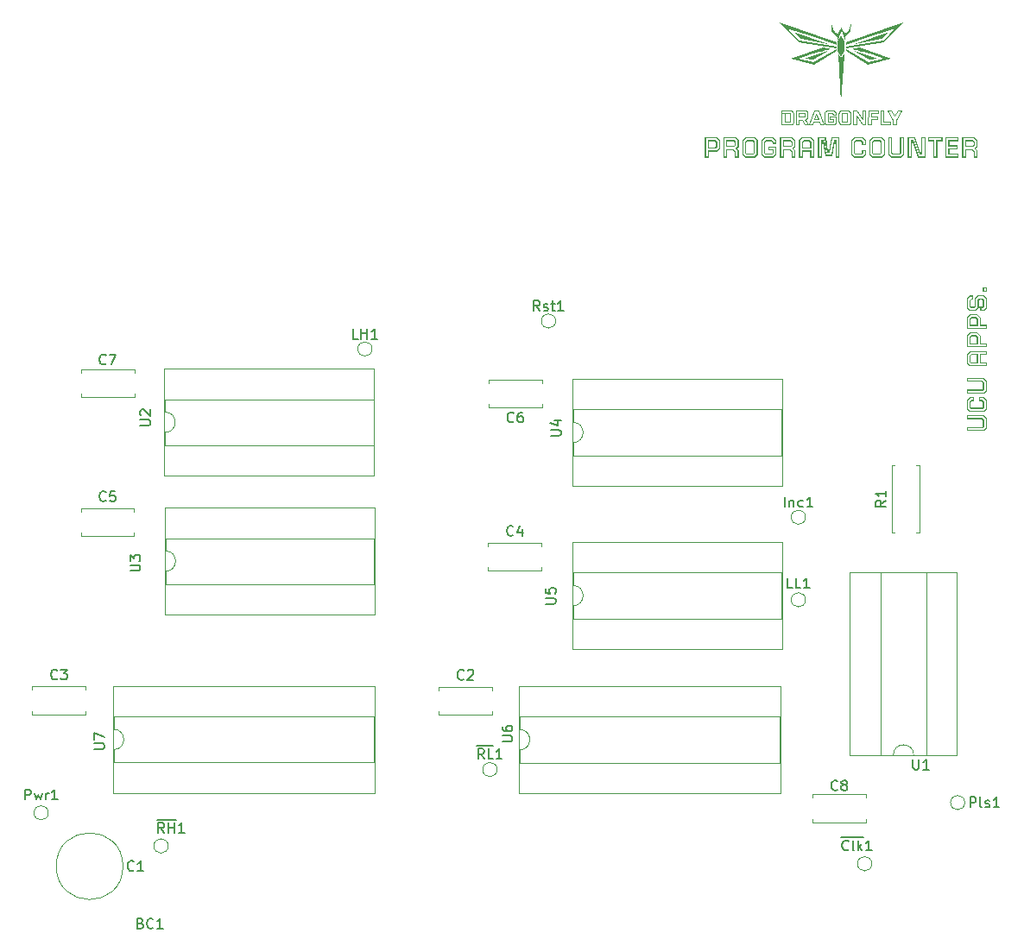
<source format=gbr>
%TF.GenerationSoftware,KiCad,Pcbnew,9.0.5*%
%TF.CreationDate,2025-11-19T18:17:22+02:00*%
%TF.ProjectId,pc,70632e6b-6963-4616-945f-706362585858,rev?*%
%TF.SameCoordinates,Original*%
%TF.FileFunction,Legend,Top*%
%TF.FilePolarity,Positive*%
%FSLAX46Y46*%
G04 Gerber Fmt 4.6, Leading zero omitted, Abs format (unit mm)*
G04 Created by KiCad (PCBNEW 9.0.5) date 2025-11-19 18:17:22*
%MOMM*%
%LPD*%
G01*
G04 APERTURE LIST*
%ADD10C,0.000000*%
%ADD11C,0.052916*%
%ADD12C,0.150000*%
%ADD13C,0.120000*%
G04 APERTURE END LIST*
D10*
G36*
X195116249Y-41544167D02*
G01*
X192840832Y-42099791D01*
X190671249Y-40776875D01*
X190697707Y-40618125D01*
X192920207Y-41861667D01*
X194366155Y-41512416D01*
X193987269Y-41374156D01*
X193629487Y-41249368D01*
X193293271Y-41137426D01*
X192979081Y-41037700D01*
X192687378Y-40949563D01*
X192418623Y-40872386D01*
X192173276Y-40805541D01*
X191951799Y-40748399D01*
X191754652Y-40700333D01*
X191582296Y-40660714D01*
X191313802Y-40604304D01*
X191094582Y-40565208D01*
X192047082Y-40459375D01*
X195116249Y-41544167D01*
G37*
D11*
X188448749Y-48000000D02*
X188104791Y-48000000D01*
X188025416Y-47735417D01*
X187496249Y-47735417D01*
X187416874Y-48000000D01*
X187079530Y-47997090D01*
X187575624Y-46597709D01*
X187946041Y-46597709D01*
X188448749Y-48000000D01*
X187946041Y-47470833D02*
X187575624Y-47470833D01*
X187760832Y-46915208D01*
X187946041Y-47470833D01*
X194353985Y-47727479D02*
X194987397Y-47730919D01*
X194983957Y-48000000D01*
X194031457Y-48000000D01*
X194031457Y-46597709D01*
X194348957Y-46597709D01*
X194353985Y-47727479D01*
X193819790Y-46597709D02*
X193819790Y-46888750D01*
X193158333Y-46888750D01*
X193158333Y-47179792D01*
X193713957Y-47179792D01*
X193713957Y-47444375D01*
X193158333Y-47444375D01*
X193158333Y-48000000D01*
X192840832Y-48000000D01*
X192849034Y-46594269D01*
X193819790Y-46597709D01*
D10*
G36*
X190512499Y-41147291D02*
G01*
X190207169Y-45819040D01*
X189930416Y-41120833D01*
X189903957Y-40988542D01*
X190142082Y-41464792D01*
X190220399Y-44327319D01*
X190274374Y-41464792D01*
X190538957Y-40988542D01*
X190512499Y-41147291D01*
G37*
G36*
X194163749Y-39559792D02*
G01*
X191491457Y-40062500D01*
X194878124Y-38871875D01*
X194163749Y-39559792D01*
G37*
D11*
X186556076Y-46887860D02*
X186560562Y-46888262D01*
X186562931Y-46888642D01*
X186565358Y-46889165D01*
X186567823Y-46889846D01*
X186570307Y-46890702D01*
X186572790Y-46891749D01*
X186575252Y-46893004D01*
X186577675Y-46894484D01*
X186580039Y-46896205D01*
X186582324Y-46898183D01*
X186584510Y-46900435D01*
X186586578Y-46902978D01*
X186588509Y-46905828D01*
X186590283Y-46909002D01*
X186591881Y-46912516D01*
X186593282Y-46916386D01*
X186594468Y-46920630D01*
X186595419Y-46925263D01*
X186596115Y-46930303D01*
X186596537Y-46935765D01*
X186596666Y-46941667D01*
X186596666Y-47179792D01*
X186596302Y-47182022D01*
X186595773Y-47184584D01*
X186594946Y-47187911D01*
X186593772Y-47191852D01*
X186592201Y-47196256D01*
X186590184Y-47200973D01*
X186588992Y-47203402D01*
X186587670Y-47205853D01*
X186586212Y-47208307D01*
X186584611Y-47210746D01*
X186582861Y-47213150D01*
X186580956Y-47215500D01*
X186578890Y-47217779D01*
X186576657Y-47219966D01*
X186574250Y-47222044D01*
X186571663Y-47223994D01*
X186568890Y-47225796D01*
X186565925Y-47227432D01*
X186562761Y-47228883D01*
X186559393Y-47230131D01*
X186555814Y-47231156D01*
X186552017Y-47231940D01*
X186547998Y-47232464D01*
X186543749Y-47232708D01*
X186067499Y-47232708D01*
X186067499Y-46888750D01*
X186543749Y-46888750D01*
X186546034Y-46888344D01*
X186548655Y-46888033D01*
X186552055Y-46887828D01*
X186556076Y-46887860D01*
X195433748Y-47153333D02*
X195724791Y-46597709D01*
X196095207Y-46597709D01*
X195566041Y-47497291D01*
X195566041Y-48000000D01*
X195274999Y-48000000D01*
X195271294Y-47501789D01*
X194745832Y-46597709D01*
X195116249Y-46597709D01*
X195433748Y-47153333D01*
X190815916Y-46598744D02*
X190830127Y-46600602D01*
X190848569Y-46603856D01*
X190870403Y-46608882D01*
X190894791Y-46616056D01*
X190920893Y-46625755D01*
X190934325Y-46631669D01*
X190947871Y-46638355D01*
X190961426Y-46645861D01*
X190974886Y-46654232D01*
X190988145Y-46663518D01*
X191001100Y-46673763D01*
X191013644Y-46685017D01*
X191025673Y-46697324D01*
X191037083Y-46710734D01*
X191047768Y-46725291D01*
X191057623Y-46741045D01*
X191066544Y-46758041D01*
X191074427Y-46776327D01*
X191081165Y-46795950D01*
X191086654Y-46816957D01*
X191090790Y-46839394D01*
X191093468Y-46863310D01*
X191094582Y-46888750D01*
X191101462Y-47733300D01*
X191099871Y-47744463D01*
X191097377Y-47757276D01*
X191093301Y-47773893D01*
X191087305Y-47793553D01*
X191079054Y-47815495D01*
X191068208Y-47838957D01*
X191061708Y-47851020D01*
X191054432Y-47863177D01*
X191046339Y-47875334D01*
X191037388Y-47887394D01*
X191027535Y-47899264D01*
X191016738Y-47910847D01*
X191004956Y-47922048D01*
X190992146Y-47932773D01*
X190978267Y-47942926D01*
X190963275Y-47952412D01*
X190947129Y-47961135D01*
X190929787Y-47969001D01*
X190911206Y-47975914D01*
X190891345Y-47981779D01*
X190870160Y-47986501D01*
X190847611Y-47989984D01*
X190823655Y-47992134D01*
X190798250Y-47992856D01*
X190268024Y-47993385D01*
X190255178Y-47991808D01*
X190240421Y-47989346D01*
X190221263Y-47985332D01*
X190198573Y-47979439D01*
X190173216Y-47971340D01*
X190146060Y-47960708D01*
X190132079Y-47954340D01*
X190117972Y-47947216D01*
X190103850Y-47939295D01*
X190089819Y-47930536D01*
X190075989Y-47920898D01*
X190062468Y-47910341D01*
X190049364Y-47898824D01*
X190036786Y-47886305D01*
X190024842Y-47872745D01*
X190013640Y-47858101D01*
X190003288Y-47842333D01*
X189993896Y-47825400D01*
X189985572Y-47807262D01*
X189978423Y-47787876D01*
X189972558Y-47767204D01*
X189968086Y-47745203D01*
X189965115Y-47721832D01*
X189963754Y-47697052D01*
X189958884Y-47385687D01*
X189956940Y-47128396D01*
X189956874Y-46888750D01*
X189958696Y-46877221D01*
X189961545Y-46863932D01*
X189966192Y-46846624D01*
X189973020Y-46826044D01*
X189982407Y-46802942D01*
X189988180Y-46790678D01*
X189994736Y-46778064D01*
X190002122Y-46765193D01*
X190010386Y-46752159D01*
X190019576Y-46739055D01*
X190029738Y-46725975D01*
X190040922Y-46713013D01*
X190053173Y-46700261D01*
X190066541Y-46687813D01*
X190081071Y-46675763D01*
X190096813Y-46664204D01*
X190113813Y-46653230D01*
X190132120Y-46642934D01*
X190151780Y-46633410D01*
X190172841Y-46624751D01*
X190195352Y-46617051D01*
X190219358Y-46610403D01*
X190244909Y-46604901D01*
X190272051Y-46600639D01*
X190300832Y-46597709D01*
X190803541Y-46597709D01*
X190815916Y-46598744D01*
X185223743Y-46603000D02*
X185265750Y-46614100D01*
X185286118Y-46620692D01*
X185308868Y-46629543D01*
X185333217Y-46641019D01*
X185345747Y-46647856D01*
X185358383Y-46655487D01*
X185371027Y-46663957D01*
X185383583Y-46673313D01*
X185395951Y-46683600D01*
X185408034Y-46694863D01*
X185419735Y-46707149D01*
X185430955Y-46720504D01*
X185441596Y-46734972D01*
X185451562Y-46750601D01*
X185460753Y-46767435D01*
X185469073Y-46785521D01*
X185476423Y-46804905D01*
X185482706Y-46825631D01*
X185487823Y-46847746D01*
X185491677Y-46871296D01*
X185494171Y-46896326D01*
X185495206Y-46922883D01*
X185503937Y-47692026D01*
X185504320Y-47705162D01*
X185503960Y-47720244D01*
X185502486Y-47739812D01*
X185499339Y-47762976D01*
X185493961Y-47788843D01*
X185490260Y-47802512D01*
X185485791Y-47816522D01*
X185480484Y-47830762D01*
X185474271Y-47845121D01*
X185467079Y-47859486D01*
X185458840Y-47873747D01*
X185449484Y-47887792D01*
X185438941Y-47901509D01*
X185427141Y-47914788D01*
X185414013Y-47927516D01*
X185399489Y-47939582D01*
X185383498Y-47950875D01*
X185365970Y-47961283D01*
X185346836Y-47970695D01*
X185326024Y-47978999D01*
X185303467Y-47986084D01*
X185279093Y-47991838D01*
X185252833Y-47996150D01*
X185224617Y-47998908D01*
X185194374Y-48000001D01*
X184659155Y-48000894D01*
X184374166Y-48000001D01*
X184374166Y-47708958D01*
X184374166Y-46888750D01*
X184665208Y-46888750D01*
X184665208Y-47708958D01*
X184873236Y-47709950D01*
X185025744Y-47710074D01*
X185114999Y-47708958D01*
X185119184Y-47708498D01*
X185123303Y-47707631D01*
X185127351Y-47706385D01*
X185131324Y-47704788D01*
X185135217Y-47702867D01*
X185139027Y-47700651D01*
X185142748Y-47698166D01*
X185146377Y-47695440D01*
X185149909Y-47692501D01*
X185153340Y-47689376D01*
X185156665Y-47686094D01*
X185159880Y-47682681D01*
X185165963Y-47675575D01*
X185171554Y-47668279D01*
X185176618Y-47661014D01*
X185181119Y-47654001D01*
X185185024Y-47647460D01*
X185188297Y-47641614D01*
X185192808Y-47632886D01*
X185194374Y-47629583D01*
X185195664Y-47303980D01*
X185195825Y-47069803D01*
X185194374Y-46941667D01*
X185193844Y-46937209D01*
X185192916Y-46933006D01*
X185191618Y-46929052D01*
X185189976Y-46925340D01*
X185188018Y-46921860D01*
X185185772Y-46918607D01*
X185183264Y-46915573D01*
X185180521Y-46912749D01*
X185177571Y-46910128D01*
X185174440Y-46907704D01*
X185171157Y-46905468D01*
X185167748Y-46903413D01*
X185164240Y-46901532D01*
X185160661Y-46899816D01*
X185153397Y-46896853D01*
X185146173Y-46894463D01*
X185139207Y-46892587D01*
X185132716Y-46891164D01*
X185126918Y-46890135D01*
X185118269Y-46889016D01*
X185114999Y-46888750D01*
X184665208Y-46888750D01*
X184374166Y-46888750D01*
X184374166Y-46597709D01*
X185223743Y-46603000D01*
D10*
G36*
X187477993Y-41644973D02*
G01*
X186649583Y-41491250D01*
X189110207Y-40697500D01*
X187477993Y-41644973D01*
G37*
D11*
X192575455Y-47997618D02*
X192275683Y-47982537D01*
X191671110Y-47120788D01*
X191664230Y-47996824D01*
X191359166Y-48000000D01*
X191359166Y-46597709D01*
X191665289Y-46598766D01*
X192258749Y-47470833D01*
X192258749Y-46597709D01*
X192576249Y-46597709D01*
X192575455Y-47997618D01*
D10*
G36*
X189321874Y-40565208D02*
G01*
X189102654Y-40604304D01*
X188834160Y-40660714D01*
X188661804Y-40700333D01*
X188464657Y-40748399D01*
X188243180Y-40805541D01*
X187997834Y-40872386D01*
X187729078Y-40949563D01*
X187437375Y-41037700D01*
X187123185Y-41137426D01*
X186786969Y-41249368D01*
X186429188Y-41374156D01*
X186050301Y-41512416D01*
X187496249Y-41861667D01*
X189718749Y-40618125D01*
X189745207Y-40776875D01*
X187575624Y-42099791D01*
X185300208Y-41544167D01*
X188369374Y-40459375D01*
X189321874Y-40565208D01*
G37*
D11*
X189391725Y-46609086D02*
X189407678Y-46610009D01*
X189423287Y-46612320D01*
X189438539Y-46615925D01*
X189453425Y-46620732D01*
X189467934Y-46626648D01*
X189482055Y-46633581D01*
X189495778Y-46641436D01*
X189509092Y-46650121D01*
X189521987Y-46659543D01*
X189534452Y-46669610D01*
X189546476Y-46680227D01*
X189558049Y-46691304D01*
X189569161Y-46702746D01*
X189579800Y-46714460D01*
X189599621Y-46738335D01*
X189617426Y-46762184D01*
X189633131Y-46785266D01*
X189646651Y-46806836D01*
X189657903Y-46826152D01*
X189673263Y-46855044D01*
X189678533Y-46865996D01*
X189692291Y-47021042D01*
X189374791Y-47021042D01*
X189374753Y-47022782D01*
X189374691Y-47021273D01*
X189374791Y-46968125D01*
X189374662Y-46961635D01*
X189374240Y-46955504D01*
X189373544Y-46949723D01*
X189372593Y-46944280D01*
X189371407Y-46939166D01*
X189370006Y-46934371D01*
X189368408Y-46929884D01*
X189366634Y-46925696D01*
X189364703Y-46921798D01*
X189362635Y-46918177D01*
X189360449Y-46914826D01*
X189358164Y-46911733D01*
X189355800Y-46908889D01*
X189353377Y-46906283D01*
X189350915Y-46903906D01*
X189348432Y-46901748D01*
X189345948Y-46899798D01*
X189343483Y-46898046D01*
X189341056Y-46896483D01*
X189338687Y-46895098D01*
X189334200Y-46892824D01*
X189330179Y-46891144D01*
X189326780Y-46889976D01*
X189324159Y-46889242D01*
X189321874Y-46888750D01*
X188924999Y-46888750D01*
X188919121Y-46888925D01*
X188913679Y-46889388D01*
X188908657Y-46890119D01*
X188904038Y-46891100D01*
X188899807Y-46892311D01*
X188895946Y-46893732D01*
X188892440Y-46895345D01*
X188889272Y-46897130D01*
X188886426Y-46899068D01*
X188883885Y-46901141D01*
X188881632Y-46903327D01*
X188879653Y-46905610D01*
X188877930Y-46907968D01*
X188876446Y-46910383D01*
X188875186Y-46912836D01*
X188874133Y-46915308D01*
X188873270Y-46917778D01*
X188872582Y-46920229D01*
X188872052Y-46922641D01*
X188871664Y-46924994D01*
X188871246Y-46929447D01*
X188871198Y-46933436D01*
X188871388Y-46936806D01*
X188871686Y-46939404D01*
X188872082Y-46941667D01*
X188872082Y-47656041D01*
X188872287Y-47660965D01*
X188872930Y-47665574D01*
X188873983Y-47669878D01*
X188875417Y-47673888D01*
X188877202Y-47677614D01*
X188879309Y-47681066D01*
X188881709Y-47684255D01*
X188884373Y-47687192D01*
X188887271Y-47689886D01*
X188890375Y-47692349D01*
X188893654Y-47694590D01*
X188897081Y-47696620D01*
X188900625Y-47698450D01*
X188904257Y-47700090D01*
X188907949Y-47701549D01*
X188911671Y-47702840D01*
X188919087Y-47704954D01*
X188926273Y-47706516D01*
X188932994Y-47707610D01*
X188939018Y-47708317D01*
X188948036Y-47708909D01*
X188951457Y-47708958D01*
X189321874Y-47708958D01*
X189327194Y-47708760D01*
X189332148Y-47708277D01*
X189336750Y-47707528D01*
X189341012Y-47706532D01*
X189344947Y-47705309D01*
X189348569Y-47703878D01*
X189351890Y-47702257D01*
X189354922Y-47700467D01*
X189357680Y-47698524D01*
X189360175Y-47696450D01*
X189362420Y-47694263D01*
X189364430Y-47691982D01*
X189366215Y-47689627D01*
X189367790Y-47687215D01*
X189369167Y-47684767D01*
X189370359Y-47682301D01*
X189371379Y-47679837D01*
X189372240Y-47677394D01*
X189372954Y-47674990D01*
X189373535Y-47672645D01*
X189374348Y-47668208D01*
X189374782Y-47664235D01*
X189374941Y-47660879D01*
X189374926Y-47658293D01*
X189374791Y-47656041D01*
X189374791Y-47446492D01*
X189110207Y-47444375D01*
X189110207Y-47206250D01*
X189674034Y-47205983D01*
X189680715Y-47404487D01*
X189684080Y-47578575D01*
X189684315Y-47662732D01*
X189683030Y-47736738D01*
X189681838Y-47753737D01*
X189679408Y-47770065D01*
X189675825Y-47785730D01*
X189671172Y-47800740D01*
X189665533Y-47815104D01*
X189658991Y-47828831D01*
X189651630Y-47841929D01*
X189643533Y-47854407D01*
X189634784Y-47866275D01*
X189625467Y-47877539D01*
X189615665Y-47888210D01*
X189605463Y-47898296D01*
X189594943Y-47907805D01*
X189584189Y-47916746D01*
X189573285Y-47925128D01*
X189562314Y-47932960D01*
X189540508Y-47947006D01*
X189519438Y-47958955D01*
X189499775Y-47968875D01*
X189482187Y-47976835D01*
X189455911Y-47987157D01*
X189445964Y-47990474D01*
X189264096Y-47993120D01*
X189066118Y-47993153D01*
X188822870Y-47989416D01*
X188800615Y-47988175D01*
X188779613Y-47985605D01*
X188759829Y-47981793D01*
X188741227Y-47976831D01*
X188723772Y-47970808D01*
X188707427Y-47963815D01*
X188692156Y-47955940D01*
X188677924Y-47947273D01*
X188664695Y-47937906D01*
X188652432Y-47927926D01*
X188641100Y-47917425D01*
X188630663Y-47906491D01*
X188621086Y-47895216D01*
X188612331Y-47883688D01*
X188604364Y-47871997D01*
X188597148Y-47860234D01*
X188590647Y-47848488D01*
X188584826Y-47836848D01*
X188575079Y-47814249D01*
X188567620Y-47793156D01*
X188562161Y-47774286D01*
X188558414Y-47758358D01*
X188556094Y-47746092D01*
X188554583Y-47735417D01*
X188554583Y-46888750D01*
X188555969Y-46864347D01*
X188559156Y-46841412D01*
X188564022Y-46819898D01*
X188570445Y-46799762D01*
X188578306Y-46780957D01*
X188587483Y-46763438D01*
X188597855Y-46747159D01*
X188609302Y-46732075D01*
X188621702Y-46718141D01*
X188634935Y-46705311D01*
X188648879Y-46693539D01*
X188663413Y-46682781D01*
X188678418Y-46672990D01*
X188693771Y-46664122D01*
X188709353Y-46656131D01*
X188725041Y-46648971D01*
X188756254Y-46636964D01*
X188786445Y-46627737D01*
X188814645Y-46620927D01*
X188839886Y-46616171D01*
X188861203Y-46613104D01*
X188877627Y-46611364D01*
X188891927Y-46610408D01*
X189078921Y-46608853D01*
X189242863Y-46608287D01*
X189391725Y-46609086D01*
X186660973Y-46598386D02*
X186674045Y-46599854D01*
X186690998Y-46602628D01*
X186711055Y-46607123D01*
X186733438Y-46613754D01*
X186745259Y-46618000D01*
X186757370Y-46622935D01*
X186769673Y-46628611D01*
X186782073Y-46635081D01*
X186794470Y-46642395D01*
X186806769Y-46650606D01*
X186818873Y-46659766D01*
X186830683Y-46669926D01*
X186842102Y-46681138D01*
X186853035Y-46693455D01*
X186863382Y-46706927D01*
X186873048Y-46721608D01*
X186881935Y-46737548D01*
X186889945Y-46754799D01*
X186896982Y-46773413D01*
X186902949Y-46793443D01*
X186907748Y-46814940D01*
X186911282Y-46837955D01*
X186913453Y-46862542D01*
X186914166Y-46888750D01*
X186914166Y-47232708D01*
X186912260Y-47241277D01*
X186909520Y-47251276D01*
X186905269Y-47264450D01*
X186899270Y-47280325D01*
X186891284Y-47298425D01*
X186881071Y-47318276D01*
X186875055Y-47328709D01*
X186868393Y-47339401D01*
X186861055Y-47350294D01*
X186853011Y-47361327D01*
X186844232Y-47372441D01*
X186834688Y-47383577D01*
X186824348Y-47394676D01*
X186813182Y-47405678D01*
X186801162Y-47416523D01*
X186788257Y-47427152D01*
X186774438Y-47437506D01*
X186759674Y-47447526D01*
X186743935Y-47457151D01*
X186727192Y-47466324D01*
X186709416Y-47474983D01*
X186690575Y-47483071D01*
X186670641Y-47490526D01*
X186649583Y-47497291D01*
X186660812Y-47518218D01*
X186692888Y-47572731D01*
X186792028Y-47737665D01*
X186937449Y-47977246D01*
X186613070Y-47983861D01*
X186332083Y-47497291D01*
X186067500Y-47497291D01*
X186067500Y-48000000D01*
X185750000Y-48000000D01*
X185750000Y-46597709D01*
X185776458Y-46597709D01*
X186649583Y-46597709D01*
X186660973Y-46598386D01*
D10*
G36*
X191147499Y-38818958D02*
G01*
X190565416Y-39401042D01*
X190618332Y-39718542D01*
X190221457Y-38818958D01*
X189798124Y-39718542D01*
X189851041Y-39401042D01*
X189268957Y-38818958D01*
X189216041Y-38078125D01*
X189452313Y-38684550D01*
X189505809Y-38756889D01*
X189561088Y-38829853D01*
X189625086Y-38911827D01*
X189690077Y-38991172D01*
X189720529Y-39026221D01*
X189748333Y-39056248D01*
X189772521Y-39079798D01*
X189792127Y-39095416D01*
X189799911Y-39099796D01*
X189806187Y-39101647D01*
X189810835Y-39100787D01*
X189813734Y-39097036D01*
X189821319Y-39081266D01*
X189835529Y-39055861D01*
X189880195Y-38981950D01*
X189940462Y-38886918D01*
X190009063Y-38782380D01*
X190078731Y-38679950D01*
X190142198Y-38591243D01*
X190169335Y-38555666D01*
X190192196Y-38527874D01*
X190209873Y-38509321D01*
X190216484Y-38503963D01*
X190221457Y-38501458D01*
X190226460Y-38502250D01*
X190233152Y-38506505D01*
X190251121Y-38524492D01*
X190274393Y-38553589D01*
X190301998Y-38591966D01*
X190366332Y-38689238D01*
X190436365Y-38801661D01*
X190562497Y-39013390D01*
X190618332Y-39110000D01*
X190962291Y-38713125D01*
X191200416Y-38078125D01*
X191147499Y-38818958D01*
G37*
G36*
X193766874Y-41491250D02*
G01*
X192938463Y-41644973D01*
X191306249Y-40697500D01*
X193766874Y-41491250D01*
G37*
G36*
X190275697Y-40028632D02*
G01*
X190276490Y-40637439D01*
X190213784Y-40835348D01*
X190212991Y-40834024D01*
X190135733Y-40644582D01*
X190142082Y-40036041D01*
X190206641Y-39823845D01*
X190275697Y-40028632D01*
G37*
G36*
X188924999Y-40062500D02*
G01*
X186252708Y-39559792D01*
X185538333Y-38871875D01*
X188924999Y-40062500D01*
G37*
G36*
X194401874Y-39956667D02*
G01*
X190671249Y-40485833D01*
X190671249Y-40327083D01*
X194296040Y-39718542D01*
X194886656Y-39129778D01*
X195287905Y-38721319D01*
X195416717Y-38584090D01*
X195450883Y-38544166D01*
X195458869Y-38532869D01*
X195460207Y-38527917D01*
X194706467Y-38776865D01*
X193070424Y-39341576D01*
X190697707Y-40168333D01*
X190697707Y-39930208D01*
X196280415Y-37972292D01*
X194401874Y-39956667D01*
G37*
D11*
X190753054Y-46888788D02*
X190755545Y-46888963D01*
X190758785Y-46889354D01*
X190762629Y-46890045D01*
X190766934Y-46891122D01*
X190769215Y-46891831D01*
X190771557Y-46892669D01*
X190773943Y-46893644D01*
X190776355Y-46894769D01*
X190778774Y-46896054D01*
X190781183Y-46897509D01*
X190783564Y-46899145D01*
X190785899Y-46900972D01*
X190788170Y-46903001D01*
X190790360Y-46905242D01*
X190792449Y-46907707D01*
X190794421Y-46910405D01*
X190796257Y-46913347D01*
X190797939Y-46916544D01*
X190799450Y-46920006D01*
X190800772Y-46923744D01*
X190801886Y-46927769D01*
X190802775Y-46932091D01*
X190803421Y-46936720D01*
X190803805Y-46941667D01*
X190804727Y-47072259D01*
X190804434Y-47306163D01*
X190803277Y-47629583D01*
X190803738Y-47632962D01*
X190804107Y-47636841D01*
X190804384Y-47641874D01*
X190804433Y-47647833D01*
X190804114Y-47654489D01*
X190803289Y-47661612D01*
X190802644Y-47665277D01*
X190801821Y-47668973D01*
X190800803Y-47672671D01*
X190799572Y-47676344D01*
X190798111Y-47679961D01*
X190796403Y-47683494D01*
X190794431Y-47686916D01*
X190792178Y-47690197D01*
X190789625Y-47693308D01*
X190786757Y-47696221D01*
X190783555Y-47698907D01*
X190780002Y-47701338D01*
X190776082Y-47703485D01*
X190771777Y-47705320D01*
X190767069Y-47706813D01*
X190761942Y-47707936D01*
X190756378Y-47708661D01*
X190750360Y-47708958D01*
X190353485Y-47708958D01*
X190350107Y-47709137D01*
X190341194Y-47709099D01*
X190335235Y-47708729D01*
X190328579Y-47707982D01*
X190321456Y-47706749D01*
X190314095Y-47704923D01*
X190310397Y-47703755D01*
X190306724Y-47702397D01*
X190303107Y-47700837D01*
X190299573Y-47699062D01*
X190296152Y-47697058D01*
X190292871Y-47694811D01*
X190289760Y-47692308D01*
X190286847Y-47689536D01*
X190284161Y-47686481D01*
X190281730Y-47683129D01*
X190279583Y-47679468D01*
X190277749Y-47675483D01*
X190276256Y-47671162D01*
X190275132Y-47666490D01*
X190274408Y-47661454D01*
X190274110Y-47656041D01*
X190274639Y-46968125D01*
X190274221Y-46964801D01*
X190273899Y-46960981D01*
X190273680Y-46956020D01*
X190273696Y-46950142D01*
X190274081Y-46943568D01*
X190274968Y-46936524D01*
X190275642Y-46932895D01*
X190276491Y-46929231D01*
X190277532Y-46925562D01*
X190278783Y-46921914D01*
X190280259Y-46918316D01*
X190281977Y-46914795D01*
X190283954Y-46911380D01*
X190286207Y-46908098D01*
X190288751Y-46904977D01*
X190291605Y-46902046D01*
X190294785Y-46899331D01*
X190298306Y-46896861D01*
X190302187Y-46894665D01*
X190306443Y-46892769D01*
X190311091Y-46891201D01*
X190316148Y-46889990D01*
X190321631Y-46889164D01*
X190327556Y-46888750D01*
X190750889Y-46888750D01*
X190753054Y-46888788D01*
D10*
G36*
X189718749Y-39930208D02*
G01*
X189718749Y-40168333D01*
X187346032Y-39341576D01*
X185709989Y-38776865D01*
X184956249Y-38527917D01*
X184957587Y-38532869D01*
X184965574Y-38544166D01*
X184999739Y-38584090D01*
X185128551Y-38721319D01*
X185529800Y-39129778D01*
X186120416Y-39718542D01*
X189745207Y-40327083D01*
X189745207Y-40485833D01*
X186014583Y-39956667D01*
X184136041Y-37972292D01*
X189718749Y-39930208D01*
G37*
G36*
X190538957Y-39797917D02*
G01*
X190529168Y-40769731D01*
X190194999Y-41358958D01*
X189866386Y-40764440D01*
X189877499Y-39797917D01*
X190209022Y-39206309D01*
X190538957Y-39797917D01*
G37*
D12*
X113333333Y-102335315D02*
X113285714Y-102382935D01*
X113285714Y-102382935D02*
X113142857Y-102430554D01*
X113142857Y-102430554D02*
X113047619Y-102430554D01*
X113047619Y-102430554D02*
X112904762Y-102382935D01*
X112904762Y-102382935D02*
X112809524Y-102287696D01*
X112809524Y-102287696D02*
X112761905Y-102192458D01*
X112761905Y-102192458D02*
X112714286Y-102001982D01*
X112714286Y-102001982D02*
X112714286Y-101859125D01*
X112714286Y-101859125D02*
X112761905Y-101668649D01*
X112761905Y-101668649D02*
X112809524Y-101573411D01*
X112809524Y-101573411D02*
X112904762Y-101478173D01*
X112904762Y-101478173D02*
X113047619Y-101430554D01*
X113047619Y-101430554D02*
X113142857Y-101430554D01*
X113142857Y-101430554D02*
X113285714Y-101478173D01*
X113285714Y-101478173D02*
X113333333Y-101525792D01*
X113666667Y-101430554D02*
X114285714Y-101430554D01*
X114285714Y-101430554D02*
X113952381Y-101811506D01*
X113952381Y-101811506D02*
X114095238Y-101811506D01*
X114095238Y-101811506D02*
X114190476Y-101859125D01*
X114190476Y-101859125D02*
X114238095Y-101906744D01*
X114238095Y-101906744D02*
X114285714Y-102001982D01*
X114285714Y-102001982D02*
X114285714Y-102240077D01*
X114285714Y-102240077D02*
X114238095Y-102335315D01*
X114238095Y-102335315D02*
X114190476Y-102382935D01*
X114190476Y-102382935D02*
X114095238Y-102430554D01*
X114095238Y-102430554D02*
X113809524Y-102430554D01*
X113809524Y-102430554D02*
X113714286Y-102382935D01*
X113714286Y-102382935D02*
X113666667Y-102335315D01*
X153183333Y-102359580D02*
X153135714Y-102407200D01*
X153135714Y-102407200D02*
X152992857Y-102454819D01*
X152992857Y-102454819D02*
X152897619Y-102454819D01*
X152897619Y-102454819D02*
X152754762Y-102407200D01*
X152754762Y-102407200D02*
X152659524Y-102311961D01*
X152659524Y-102311961D02*
X152611905Y-102216723D01*
X152611905Y-102216723D02*
X152564286Y-102026247D01*
X152564286Y-102026247D02*
X152564286Y-101883390D01*
X152564286Y-101883390D02*
X152611905Y-101692914D01*
X152611905Y-101692914D02*
X152659524Y-101597676D01*
X152659524Y-101597676D02*
X152754762Y-101502438D01*
X152754762Y-101502438D02*
X152897619Y-101454819D01*
X152897619Y-101454819D02*
X152992857Y-101454819D01*
X152992857Y-101454819D02*
X153135714Y-101502438D01*
X153135714Y-101502438D02*
X153183333Y-101550057D01*
X153564286Y-101550057D02*
X153611905Y-101502438D01*
X153611905Y-101502438D02*
X153707143Y-101454819D01*
X153707143Y-101454819D02*
X153945238Y-101454819D01*
X153945238Y-101454819D02*
X154040476Y-101502438D01*
X154040476Y-101502438D02*
X154088095Y-101550057D01*
X154088095Y-101550057D02*
X154135714Y-101645295D01*
X154135714Y-101645295D02*
X154135714Y-101740533D01*
X154135714Y-101740533D02*
X154088095Y-101883390D01*
X154088095Y-101883390D02*
X153516667Y-102454819D01*
X153516667Y-102454819D02*
X154135714Y-102454819D01*
X189833333Y-113209580D02*
X189785714Y-113257200D01*
X189785714Y-113257200D02*
X189642857Y-113304819D01*
X189642857Y-113304819D02*
X189547619Y-113304819D01*
X189547619Y-113304819D02*
X189404762Y-113257200D01*
X189404762Y-113257200D02*
X189309524Y-113161961D01*
X189309524Y-113161961D02*
X189261905Y-113066723D01*
X189261905Y-113066723D02*
X189214286Y-112876247D01*
X189214286Y-112876247D02*
X189214286Y-112733390D01*
X189214286Y-112733390D02*
X189261905Y-112542914D01*
X189261905Y-112542914D02*
X189309524Y-112447676D01*
X189309524Y-112447676D02*
X189404762Y-112352438D01*
X189404762Y-112352438D02*
X189547619Y-112304819D01*
X189547619Y-112304819D02*
X189642857Y-112304819D01*
X189642857Y-112304819D02*
X189785714Y-112352438D01*
X189785714Y-112352438D02*
X189833333Y-112400057D01*
X190404762Y-112733390D02*
X190309524Y-112685771D01*
X190309524Y-112685771D02*
X190261905Y-112638152D01*
X190261905Y-112638152D02*
X190214286Y-112542914D01*
X190214286Y-112542914D02*
X190214286Y-112495295D01*
X190214286Y-112495295D02*
X190261905Y-112400057D01*
X190261905Y-112400057D02*
X190309524Y-112352438D01*
X190309524Y-112352438D02*
X190404762Y-112304819D01*
X190404762Y-112304819D02*
X190595238Y-112304819D01*
X190595238Y-112304819D02*
X190690476Y-112352438D01*
X190690476Y-112352438D02*
X190738095Y-112400057D01*
X190738095Y-112400057D02*
X190785714Y-112495295D01*
X190785714Y-112495295D02*
X190785714Y-112542914D01*
X190785714Y-112542914D02*
X190738095Y-112638152D01*
X190738095Y-112638152D02*
X190690476Y-112685771D01*
X190690476Y-112685771D02*
X190595238Y-112733390D01*
X190595238Y-112733390D02*
X190404762Y-112733390D01*
X190404762Y-112733390D02*
X190309524Y-112781009D01*
X190309524Y-112781009D02*
X190261905Y-112828628D01*
X190261905Y-112828628D02*
X190214286Y-112923866D01*
X190214286Y-112923866D02*
X190214286Y-113114342D01*
X190214286Y-113114342D02*
X190261905Y-113209580D01*
X190261905Y-113209580D02*
X190309524Y-113257200D01*
X190309524Y-113257200D02*
X190404762Y-113304819D01*
X190404762Y-113304819D02*
X190595238Y-113304819D01*
X190595238Y-113304819D02*
X190690476Y-113257200D01*
X190690476Y-113257200D02*
X190738095Y-113209580D01*
X190738095Y-113209580D02*
X190785714Y-113114342D01*
X190785714Y-113114342D02*
X190785714Y-112923866D01*
X190785714Y-112923866D02*
X190738095Y-112828628D01*
X190738095Y-112828628D02*
X190690476Y-112781009D01*
X190690476Y-112781009D02*
X190595238Y-112733390D01*
X202845238Y-114954819D02*
X202845238Y-113954819D01*
X202845238Y-113954819D02*
X203226190Y-113954819D01*
X203226190Y-113954819D02*
X203321428Y-114002438D01*
X203321428Y-114002438D02*
X203369047Y-114050057D01*
X203369047Y-114050057D02*
X203416666Y-114145295D01*
X203416666Y-114145295D02*
X203416666Y-114288152D01*
X203416666Y-114288152D02*
X203369047Y-114383390D01*
X203369047Y-114383390D02*
X203321428Y-114431009D01*
X203321428Y-114431009D02*
X203226190Y-114478628D01*
X203226190Y-114478628D02*
X202845238Y-114478628D01*
X203988095Y-114954819D02*
X203892857Y-114907200D01*
X203892857Y-114907200D02*
X203845238Y-114811961D01*
X203845238Y-114811961D02*
X203845238Y-113954819D01*
X204321429Y-114907200D02*
X204416667Y-114954819D01*
X204416667Y-114954819D02*
X204607143Y-114954819D01*
X204607143Y-114954819D02*
X204702381Y-114907200D01*
X204702381Y-114907200D02*
X204750000Y-114811961D01*
X204750000Y-114811961D02*
X204750000Y-114764342D01*
X204750000Y-114764342D02*
X204702381Y-114669104D01*
X204702381Y-114669104D02*
X204607143Y-114621485D01*
X204607143Y-114621485D02*
X204464286Y-114621485D01*
X204464286Y-114621485D02*
X204369048Y-114573866D01*
X204369048Y-114573866D02*
X204321429Y-114478628D01*
X204321429Y-114478628D02*
X204321429Y-114431009D01*
X204321429Y-114431009D02*
X204369048Y-114335771D01*
X204369048Y-114335771D02*
X204464286Y-114288152D01*
X204464286Y-114288152D02*
X204607143Y-114288152D01*
X204607143Y-114288152D02*
X204702381Y-114335771D01*
X205702381Y-114954819D02*
X205130953Y-114954819D01*
X205416667Y-114954819D02*
X205416667Y-113954819D01*
X205416667Y-113954819D02*
X205321429Y-114097676D01*
X205321429Y-114097676D02*
X205226191Y-114192914D01*
X205226191Y-114192914D02*
X205130953Y-114240533D01*
X160642856Y-66256819D02*
X160309523Y-65780628D01*
X160071428Y-66256819D02*
X160071428Y-65256819D01*
X160071428Y-65256819D02*
X160452380Y-65256819D01*
X160452380Y-65256819D02*
X160547618Y-65304438D01*
X160547618Y-65304438D02*
X160595237Y-65352057D01*
X160595237Y-65352057D02*
X160642856Y-65447295D01*
X160642856Y-65447295D02*
X160642856Y-65590152D01*
X160642856Y-65590152D02*
X160595237Y-65685390D01*
X160595237Y-65685390D02*
X160547618Y-65733009D01*
X160547618Y-65733009D02*
X160452380Y-65780628D01*
X160452380Y-65780628D02*
X160071428Y-65780628D01*
X161023809Y-66209200D02*
X161119047Y-66256819D01*
X161119047Y-66256819D02*
X161309523Y-66256819D01*
X161309523Y-66256819D02*
X161404761Y-66209200D01*
X161404761Y-66209200D02*
X161452380Y-66113961D01*
X161452380Y-66113961D02*
X161452380Y-66066342D01*
X161452380Y-66066342D02*
X161404761Y-65971104D01*
X161404761Y-65971104D02*
X161309523Y-65923485D01*
X161309523Y-65923485D02*
X161166666Y-65923485D01*
X161166666Y-65923485D02*
X161071428Y-65875866D01*
X161071428Y-65875866D02*
X161023809Y-65780628D01*
X161023809Y-65780628D02*
X161023809Y-65733009D01*
X161023809Y-65733009D02*
X161071428Y-65637771D01*
X161071428Y-65637771D02*
X161166666Y-65590152D01*
X161166666Y-65590152D02*
X161309523Y-65590152D01*
X161309523Y-65590152D02*
X161404761Y-65637771D01*
X161738095Y-65590152D02*
X162119047Y-65590152D01*
X161880952Y-65256819D02*
X161880952Y-66113961D01*
X161880952Y-66113961D02*
X161928571Y-66209200D01*
X161928571Y-66209200D02*
X162023809Y-66256819D01*
X162023809Y-66256819D02*
X162119047Y-66256819D01*
X162976190Y-66256819D02*
X162404762Y-66256819D01*
X162690476Y-66256819D02*
X162690476Y-65256819D01*
X162690476Y-65256819D02*
X162595238Y-65399676D01*
X162595238Y-65399676D02*
X162500000Y-65494914D01*
X162500000Y-65494914D02*
X162404762Y-65542533D01*
X184642857Y-85506819D02*
X184642857Y-84506819D01*
X185119047Y-84840152D02*
X185119047Y-85506819D01*
X185119047Y-84935390D02*
X185166666Y-84887771D01*
X185166666Y-84887771D02*
X185261904Y-84840152D01*
X185261904Y-84840152D02*
X185404761Y-84840152D01*
X185404761Y-84840152D02*
X185499999Y-84887771D01*
X185499999Y-84887771D02*
X185547618Y-84983009D01*
X185547618Y-84983009D02*
X185547618Y-85506819D01*
X186452380Y-85459200D02*
X186357142Y-85506819D01*
X186357142Y-85506819D02*
X186166666Y-85506819D01*
X186166666Y-85506819D02*
X186071428Y-85459200D01*
X186071428Y-85459200D02*
X186023809Y-85411580D01*
X186023809Y-85411580D02*
X185976190Y-85316342D01*
X185976190Y-85316342D02*
X185976190Y-85030628D01*
X185976190Y-85030628D02*
X186023809Y-84935390D01*
X186023809Y-84935390D02*
X186071428Y-84887771D01*
X186071428Y-84887771D02*
X186166666Y-84840152D01*
X186166666Y-84840152D02*
X186357142Y-84840152D01*
X186357142Y-84840152D02*
X186452380Y-84887771D01*
X187404761Y-85506819D02*
X186833333Y-85506819D01*
X187119047Y-85506819D02*
X187119047Y-84506819D01*
X187119047Y-84506819D02*
X187023809Y-84649676D01*
X187023809Y-84649676D02*
X186928571Y-84744914D01*
X186928571Y-84744914D02*
X186833333Y-84792533D01*
X155178571Y-110204819D02*
X154845238Y-109728628D01*
X154607143Y-110204819D02*
X154607143Y-109204819D01*
X154607143Y-109204819D02*
X154988095Y-109204819D01*
X154988095Y-109204819D02*
X155083333Y-109252438D01*
X155083333Y-109252438D02*
X155130952Y-109300057D01*
X155130952Y-109300057D02*
X155178571Y-109395295D01*
X155178571Y-109395295D02*
X155178571Y-109538152D01*
X155178571Y-109538152D02*
X155130952Y-109633390D01*
X155130952Y-109633390D02*
X155083333Y-109681009D01*
X155083333Y-109681009D02*
X154988095Y-109728628D01*
X154988095Y-109728628D02*
X154607143Y-109728628D01*
X156083333Y-110204819D02*
X155607143Y-110204819D01*
X155607143Y-110204819D02*
X155607143Y-109204819D01*
X154469048Y-108927200D02*
X156078572Y-108927200D01*
X156940476Y-110204819D02*
X156369048Y-110204819D01*
X156654762Y-110204819D02*
X156654762Y-109204819D01*
X156654762Y-109204819D02*
X156559524Y-109347676D01*
X156559524Y-109347676D02*
X156464286Y-109442914D01*
X156464286Y-109442914D02*
X156369048Y-109490533D01*
X158043333Y-88239580D02*
X157995714Y-88287200D01*
X157995714Y-88287200D02*
X157852857Y-88334819D01*
X157852857Y-88334819D02*
X157757619Y-88334819D01*
X157757619Y-88334819D02*
X157614762Y-88287200D01*
X157614762Y-88287200D02*
X157519524Y-88191961D01*
X157519524Y-88191961D02*
X157471905Y-88096723D01*
X157471905Y-88096723D02*
X157424286Y-87906247D01*
X157424286Y-87906247D02*
X157424286Y-87763390D01*
X157424286Y-87763390D02*
X157471905Y-87572914D01*
X157471905Y-87572914D02*
X157519524Y-87477676D01*
X157519524Y-87477676D02*
X157614762Y-87382438D01*
X157614762Y-87382438D02*
X157757619Y-87334819D01*
X157757619Y-87334819D02*
X157852857Y-87334819D01*
X157852857Y-87334819D02*
X157995714Y-87382438D01*
X157995714Y-87382438D02*
X158043333Y-87430057D01*
X158900476Y-87668152D02*
X158900476Y-88334819D01*
X158662381Y-87287200D02*
X158424286Y-88001485D01*
X158424286Y-88001485D02*
X159043333Y-88001485D01*
X194584819Y-84866666D02*
X194108628Y-85199999D01*
X194584819Y-85438094D02*
X193584819Y-85438094D01*
X193584819Y-85438094D02*
X193584819Y-85057142D01*
X193584819Y-85057142D02*
X193632438Y-84961904D01*
X193632438Y-84961904D02*
X193680057Y-84914285D01*
X193680057Y-84914285D02*
X193775295Y-84866666D01*
X193775295Y-84866666D02*
X193918152Y-84866666D01*
X193918152Y-84866666D02*
X194013390Y-84914285D01*
X194013390Y-84914285D02*
X194061009Y-84961904D01*
X194061009Y-84961904D02*
X194108628Y-85057142D01*
X194108628Y-85057142D02*
X194108628Y-85438094D01*
X194584819Y-83914285D02*
X194584819Y-84485713D01*
X194584819Y-84199999D02*
X193584819Y-84199999D01*
X193584819Y-84199999D02*
X193727676Y-84295237D01*
X193727676Y-84295237D02*
X193822914Y-84390475D01*
X193822914Y-84390475D02*
X193870533Y-84485713D01*
X121495238Y-126331009D02*
X121638095Y-126378628D01*
X121638095Y-126378628D02*
X121685714Y-126426247D01*
X121685714Y-126426247D02*
X121733333Y-126521485D01*
X121733333Y-126521485D02*
X121733333Y-126664342D01*
X121733333Y-126664342D02*
X121685714Y-126759580D01*
X121685714Y-126759580D02*
X121638095Y-126807200D01*
X121638095Y-126807200D02*
X121542857Y-126854819D01*
X121542857Y-126854819D02*
X121161905Y-126854819D01*
X121161905Y-126854819D02*
X121161905Y-125854819D01*
X121161905Y-125854819D02*
X121495238Y-125854819D01*
X121495238Y-125854819D02*
X121590476Y-125902438D01*
X121590476Y-125902438D02*
X121638095Y-125950057D01*
X121638095Y-125950057D02*
X121685714Y-126045295D01*
X121685714Y-126045295D02*
X121685714Y-126140533D01*
X121685714Y-126140533D02*
X121638095Y-126235771D01*
X121638095Y-126235771D02*
X121590476Y-126283390D01*
X121590476Y-126283390D02*
X121495238Y-126331009D01*
X121495238Y-126331009D02*
X121161905Y-126331009D01*
X122733333Y-126759580D02*
X122685714Y-126807200D01*
X122685714Y-126807200D02*
X122542857Y-126854819D01*
X122542857Y-126854819D02*
X122447619Y-126854819D01*
X122447619Y-126854819D02*
X122304762Y-126807200D01*
X122304762Y-126807200D02*
X122209524Y-126711961D01*
X122209524Y-126711961D02*
X122161905Y-126616723D01*
X122161905Y-126616723D02*
X122114286Y-126426247D01*
X122114286Y-126426247D02*
X122114286Y-126283390D01*
X122114286Y-126283390D02*
X122161905Y-126092914D01*
X122161905Y-126092914D02*
X122209524Y-125997676D01*
X122209524Y-125997676D02*
X122304762Y-125902438D01*
X122304762Y-125902438D02*
X122447619Y-125854819D01*
X122447619Y-125854819D02*
X122542857Y-125854819D01*
X122542857Y-125854819D02*
X122685714Y-125902438D01*
X122685714Y-125902438D02*
X122733333Y-125950057D01*
X123685714Y-126854819D02*
X123114286Y-126854819D01*
X123400000Y-126854819D02*
X123400000Y-125854819D01*
X123400000Y-125854819D02*
X123304762Y-125997676D01*
X123304762Y-125997676D02*
X123209524Y-126092914D01*
X123209524Y-126092914D02*
X123114286Y-126140533D01*
X185428571Y-93454819D02*
X184952381Y-93454819D01*
X184952381Y-93454819D02*
X184952381Y-92454819D01*
X186238095Y-93454819D02*
X185761905Y-93454819D01*
X185761905Y-93454819D02*
X185761905Y-92454819D01*
X187095238Y-93454819D02*
X186523810Y-93454819D01*
X186809524Y-93454819D02*
X186809524Y-92454819D01*
X186809524Y-92454819D02*
X186714286Y-92597676D01*
X186714286Y-92597676D02*
X186619048Y-92692914D01*
X186619048Y-92692914D02*
X186523810Y-92740533D01*
X161204819Y-95011904D02*
X162014342Y-95011904D01*
X162014342Y-95011904D02*
X162109580Y-94964285D01*
X162109580Y-94964285D02*
X162157200Y-94916666D01*
X162157200Y-94916666D02*
X162204819Y-94821428D01*
X162204819Y-94821428D02*
X162204819Y-94630952D01*
X162204819Y-94630952D02*
X162157200Y-94535714D01*
X162157200Y-94535714D02*
X162109580Y-94488095D01*
X162109580Y-94488095D02*
X162014342Y-94440476D01*
X162014342Y-94440476D02*
X161204819Y-94440476D01*
X161204819Y-93488095D02*
X161204819Y-93964285D01*
X161204819Y-93964285D02*
X161681009Y-94011904D01*
X161681009Y-94011904D02*
X161633390Y-93964285D01*
X161633390Y-93964285D02*
X161585771Y-93869047D01*
X161585771Y-93869047D02*
X161585771Y-93630952D01*
X161585771Y-93630952D02*
X161633390Y-93535714D01*
X161633390Y-93535714D02*
X161681009Y-93488095D01*
X161681009Y-93488095D02*
X161776247Y-93440476D01*
X161776247Y-93440476D02*
X162014342Y-93440476D01*
X162014342Y-93440476D02*
X162109580Y-93488095D01*
X162109580Y-93488095D02*
X162157200Y-93535714D01*
X162157200Y-93535714D02*
X162204819Y-93630952D01*
X162204819Y-93630952D02*
X162204819Y-93869047D01*
X162204819Y-93869047D02*
X162157200Y-93964285D01*
X162157200Y-93964285D02*
X162109580Y-94011904D01*
X197238095Y-110254819D02*
X197238095Y-111064342D01*
X197238095Y-111064342D02*
X197285714Y-111159580D01*
X197285714Y-111159580D02*
X197333333Y-111207200D01*
X197333333Y-111207200D02*
X197428571Y-111254819D01*
X197428571Y-111254819D02*
X197619047Y-111254819D01*
X197619047Y-111254819D02*
X197714285Y-111207200D01*
X197714285Y-111207200D02*
X197761904Y-111159580D01*
X197761904Y-111159580D02*
X197809523Y-111064342D01*
X197809523Y-111064342D02*
X197809523Y-110254819D01*
X198809523Y-111254819D02*
X198238095Y-111254819D01*
X198523809Y-111254819D02*
X198523809Y-110254819D01*
X198523809Y-110254819D02*
X198428571Y-110397676D01*
X198428571Y-110397676D02*
X198333333Y-110492914D01*
X198333333Y-110492914D02*
X198238095Y-110540533D01*
X158083333Y-77109580D02*
X158035714Y-77157200D01*
X158035714Y-77157200D02*
X157892857Y-77204819D01*
X157892857Y-77204819D02*
X157797619Y-77204819D01*
X157797619Y-77204819D02*
X157654762Y-77157200D01*
X157654762Y-77157200D02*
X157559524Y-77061961D01*
X157559524Y-77061961D02*
X157511905Y-76966723D01*
X157511905Y-76966723D02*
X157464286Y-76776247D01*
X157464286Y-76776247D02*
X157464286Y-76633390D01*
X157464286Y-76633390D02*
X157511905Y-76442914D01*
X157511905Y-76442914D02*
X157559524Y-76347676D01*
X157559524Y-76347676D02*
X157654762Y-76252438D01*
X157654762Y-76252438D02*
X157797619Y-76204819D01*
X157797619Y-76204819D02*
X157892857Y-76204819D01*
X157892857Y-76204819D02*
X158035714Y-76252438D01*
X158035714Y-76252438D02*
X158083333Y-76300057D01*
X158940476Y-76204819D02*
X158750000Y-76204819D01*
X158750000Y-76204819D02*
X158654762Y-76252438D01*
X158654762Y-76252438D02*
X158607143Y-76300057D01*
X158607143Y-76300057D02*
X158511905Y-76442914D01*
X158511905Y-76442914D02*
X158464286Y-76633390D01*
X158464286Y-76633390D02*
X158464286Y-77014342D01*
X158464286Y-77014342D02*
X158511905Y-77109580D01*
X158511905Y-77109580D02*
X158559524Y-77157200D01*
X158559524Y-77157200D02*
X158654762Y-77204819D01*
X158654762Y-77204819D02*
X158845238Y-77204819D01*
X158845238Y-77204819D02*
X158940476Y-77157200D01*
X158940476Y-77157200D02*
X158988095Y-77109580D01*
X158988095Y-77109580D02*
X159035714Y-77014342D01*
X159035714Y-77014342D02*
X159035714Y-76776247D01*
X159035714Y-76776247D02*
X158988095Y-76681009D01*
X158988095Y-76681009D02*
X158940476Y-76633390D01*
X158940476Y-76633390D02*
X158845238Y-76585771D01*
X158845238Y-76585771D02*
X158654762Y-76585771D01*
X158654762Y-76585771D02*
X158559524Y-76633390D01*
X158559524Y-76633390D02*
X158511905Y-76681009D01*
X158511905Y-76681009D02*
X158464286Y-76776247D01*
X118083333Y-84859580D02*
X118035714Y-84907200D01*
X118035714Y-84907200D02*
X117892857Y-84954819D01*
X117892857Y-84954819D02*
X117797619Y-84954819D01*
X117797619Y-84954819D02*
X117654762Y-84907200D01*
X117654762Y-84907200D02*
X117559524Y-84811961D01*
X117559524Y-84811961D02*
X117511905Y-84716723D01*
X117511905Y-84716723D02*
X117464286Y-84526247D01*
X117464286Y-84526247D02*
X117464286Y-84383390D01*
X117464286Y-84383390D02*
X117511905Y-84192914D01*
X117511905Y-84192914D02*
X117559524Y-84097676D01*
X117559524Y-84097676D02*
X117654762Y-84002438D01*
X117654762Y-84002438D02*
X117797619Y-83954819D01*
X117797619Y-83954819D02*
X117892857Y-83954819D01*
X117892857Y-83954819D02*
X118035714Y-84002438D01*
X118035714Y-84002438D02*
X118083333Y-84050057D01*
X118988095Y-83954819D02*
X118511905Y-83954819D01*
X118511905Y-83954819D02*
X118464286Y-84431009D01*
X118464286Y-84431009D02*
X118511905Y-84383390D01*
X118511905Y-84383390D02*
X118607143Y-84335771D01*
X118607143Y-84335771D02*
X118845238Y-84335771D01*
X118845238Y-84335771D02*
X118940476Y-84383390D01*
X118940476Y-84383390D02*
X118988095Y-84431009D01*
X118988095Y-84431009D02*
X119035714Y-84526247D01*
X119035714Y-84526247D02*
X119035714Y-84764342D01*
X119035714Y-84764342D02*
X118988095Y-84859580D01*
X118988095Y-84859580D02*
X118940476Y-84907200D01*
X118940476Y-84907200D02*
X118845238Y-84954819D01*
X118845238Y-84954819D02*
X118607143Y-84954819D01*
X118607143Y-84954819D02*
X118511905Y-84907200D01*
X118511905Y-84907200D02*
X118464286Y-84859580D01*
X116954819Y-109261904D02*
X117764342Y-109261904D01*
X117764342Y-109261904D02*
X117859580Y-109214285D01*
X117859580Y-109214285D02*
X117907200Y-109166666D01*
X117907200Y-109166666D02*
X117954819Y-109071428D01*
X117954819Y-109071428D02*
X117954819Y-108880952D01*
X117954819Y-108880952D02*
X117907200Y-108785714D01*
X117907200Y-108785714D02*
X117859580Y-108738095D01*
X117859580Y-108738095D02*
X117764342Y-108690476D01*
X117764342Y-108690476D02*
X116954819Y-108690476D01*
X116954819Y-108309523D02*
X116954819Y-107642857D01*
X116954819Y-107642857D02*
X117954819Y-108071428D01*
X110178571Y-114204819D02*
X110178571Y-113204819D01*
X110178571Y-113204819D02*
X110559523Y-113204819D01*
X110559523Y-113204819D02*
X110654761Y-113252438D01*
X110654761Y-113252438D02*
X110702380Y-113300057D01*
X110702380Y-113300057D02*
X110749999Y-113395295D01*
X110749999Y-113395295D02*
X110749999Y-113538152D01*
X110749999Y-113538152D02*
X110702380Y-113633390D01*
X110702380Y-113633390D02*
X110654761Y-113681009D01*
X110654761Y-113681009D02*
X110559523Y-113728628D01*
X110559523Y-113728628D02*
X110178571Y-113728628D01*
X111083333Y-113538152D02*
X111273809Y-114204819D01*
X111273809Y-114204819D02*
X111464285Y-113728628D01*
X111464285Y-113728628D02*
X111654761Y-114204819D01*
X111654761Y-114204819D02*
X111845237Y-113538152D01*
X112226190Y-114204819D02*
X112226190Y-113538152D01*
X112226190Y-113728628D02*
X112273809Y-113633390D01*
X112273809Y-113633390D02*
X112321428Y-113585771D01*
X112321428Y-113585771D02*
X112416666Y-113538152D01*
X112416666Y-113538152D02*
X112511904Y-113538152D01*
X113369047Y-114204819D02*
X112797619Y-114204819D01*
X113083333Y-114204819D02*
X113083333Y-113204819D01*
X113083333Y-113204819D02*
X112988095Y-113347676D01*
X112988095Y-113347676D02*
X112892857Y-113442914D01*
X112892857Y-113442914D02*
X112797619Y-113490533D01*
X156954819Y-108511904D02*
X157764342Y-108511904D01*
X157764342Y-108511904D02*
X157859580Y-108464285D01*
X157859580Y-108464285D02*
X157907200Y-108416666D01*
X157907200Y-108416666D02*
X157954819Y-108321428D01*
X157954819Y-108321428D02*
X157954819Y-108130952D01*
X157954819Y-108130952D02*
X157907200Y-108035714D01*
X157907200Y-108035714D02*
X157859580Y-107988095D01*
X157859580Y-107988095D02*
X157764342Y-107940476D01*
X157764342Y-107940476D02*
X156954819Y-107940476D01*
X156954819Y-107035714D02*
X156954819Y-107226190D01*
X156954819Y-107226190D02*
X157002438Y-107321428D01*
X157002438Y-107321428D02*
X157050057Y-107369047D01*
X157050057Y-107369047D02*
X157192914Y-107464285D01*
X157192914Y-107464285D02*
X157383390Y-107511904D01*
X157383390Y-107511904D02*
X157764342Y-107511904D01*
X157764342Y-107511904D02*
X157859580Y-107464285D01*
X157859580Y-107464285D02*
X157907200Y-107416666D01*
X157907200Y-107416666D02*
X157954819Y-107321428D01*
X157954819Y-107321428D02*
X157954819Y-107130952D01*
X157954819Y-107130952D02*
X157907200Y-107035714D01*
X157907200Y-107035714D02*
X157859580Y-106988095D01*
X157859580Y-106988095D02*
X157764342Y-106940476D01*
X157764342Y-106940476D02*
X157526247Y-106940476D01*
X157526247Y-106940476D02*
X157431009Y-106988095D01*
X157431009Y-106988095D02*
X157383390Y-107035714D01*
X157383390Y-107035714D02*
X157335771Y-107130952D01*
X157335771Y-107130952D02*
X157335771Y-107321428D01*
X157335771Y-107321428D02*
X157383390Y-107416666D01*
X157383390Y-107416666D02*
X157431009Y-107464285D01*
X157431009Y-107464285D02*
X157526247Y-107511904D01*
X142809523Y-69006819D02*
X142333333Y-69006819D01*
X142333333Y-69006819D02*
X142333333Y-68006819D01*
X143142857Y-69006819D02*
X143142857Y-68006819D01*
X143142857Y-68483009D02*
X143714285Y-68483009D01*
X143714285Y-69006819D02*
X143714285Y-68006819D01*
X144714285Y-69006819D02*
X144142857Y-69006819D01*
X144428571Y-69006819D02*
X144428571Y-68006819D01*
X144428571Y-68006819D02*
X144333333Y-68149676D01*
X144333333Y-68149676D02*
X144238095Y-68244914D01*
X144238095Y-68244914D02*
X144142857Y-68292533D01*
X118093333Y-71439580D02*
X118045714Y-71487200D01*
X118045714Y-71487200D02*
X117902857Y-71534819D01*
X117902857Y-71534819D02*
X117807619Y-71534819D01*
X117807619Y-71534819D02*
X117664762Y-71487200D01*
X117664762Y-71487200D02*
X117569524Y-71391961D01*
X117569524Y-71391961D02*
X117521905Y-71296723D01*
X117521905Y-71296723D02*
X117474286Y-71106247D01*
X117474286Y-71106247D02*
X117474286Y-70963390D01*
X117474286Y-70963390D02*
X117521905Y-70772914D01*
X117521905Y-70772914D02*
X117569524Y-70677676D01*
X117569524Y-70677676D02*
X117664762Y-70582438D01*
X117664762Y-70582438D02*
X117807619Y-70534819D01*
X117807619Y-70534819D02*
X117902857Y-70534819D01*
X117902857Y-70534819D02*
X118045714Y-70582438D01*
X118045714Y-70582438D02*
X118093333Y-70630057D01*
X118426667Y-70534819D02*
X119093333Y-70534819D01*
X119093333Y-70534819D02*
X118664762Y-71534819D01*
X121454819Y-77511904D02*
X122264342Y-77511904D01*
X122264342Y-77511904D02*
X122359580Y-77464285D01*
X122359580Y-77464285D02*
X122407200Y-77416666D01*
X122407200Y-77416666D02*
X122454819Y-77321428D01*
X122454819Y-77321428D02*
X122454819Y-77130952D01*
X122454819Y-77130952D02*
X122407200Y-77035714D01*
X122407200Y-77035714D02*
X122359580Y-76988095D01*
X122359580Y-76988095D02*
X122264342Y-76940476D01*
X122264342Y-76940476D02*
X121454819Y-76940476D01*
X121550057Y-76511904D02*
X121502438Y-76464285D01*
X121502438Y-76464285D02*
X121454819Y-76369047D01*
X121454819Y-76369047D02*
X121454819Y-76130952D01*
X121454819Y-76130952D02*
X121502438Y-76035714D01*
X121502438Y-76035714D02*
X121550057Y-75988095D01*
X121550057Y-75988095D02*
X121645295Y-75940476D01*
X121645295Y-75940476D02*
X121740533Y-75940476D01*
X121740533Y-75940476D02*
X121883390Y-75988095D01*
X121883390Y-75988095D02*
X122454819Y-76559523D01*
X122454819Y-76559523D02*
X122454819Y-75940476D01*
X123809523Y-117454819D02*
X123476190Y-116978628D01*
X123238095Y-117454819D02*
X123238095Y-116454819D01*
X123238095Y-116454819D02*
X123619047Y-116454819D01*
X123619047Y-116454819D02*
X123714285Y-116502438D01*
X123714285Y-116502438D02*
X123761904Y-116550057D01*
X123761904Y-116550057D02*
X123809523Y-116645295D01*
X123809523Y-116645295D02*
X123809523Y-116788152D01*
X123809523Y-116788152D02*
X123761904Y-116883390D01*
X123761904Y-116883390D02*
X123714285Y-116931009D01*
X123714285Y-116931009D02*
X123619047Y-116978628D01*
X123619047Y-116978628D02*
X123238095Y-116978628D01*
X124238095Y-117454819D02*
X124238095Y-116454819D01*
X124238095Y-116931009D02*
X124809523Y-116931009D01*
X124809523Y-117454819D02*
X124809523Y-116454819D01*
X123100000Y-116177200D02*
X124947619Y-116177200D01*
X125809523Y-117454819D02*
X125238095Y-117454819D01*
X125523809Y-117454819D02*
X125523809Y-116454819D01*
X125523809Y-116454819D02*
X125428571Y-116597676D01*
X125428571Y-116597676D02*
X125333333Y-116692914D01*
X125333333Y-116692914D02*
X125238095Y-116740533D01*
X120454819Y-91761904D02*
X121264342Y-91761904D01*
X121264342Y-91761904D02*
X121359580Y-91714285D01*
X121359580Y-91714285D02*
X121407200Y-91666666D01*
X121407200Y-91666666D02*
X121454819Y-91571428D01*
X121454819Y-91571428D02*
X121454819Y-91380952D01*
X121454819Y-91380952D02*
X121407200Y-91285714D01*
X121407200Y-91285714D02*
X121359580Y-91238095D01*
X121359580Y-91238095D02*
X121264342Y-91190476D01*
X121264342Y-91190476D02*
X120454819Y-91190476D01*
X120454819Y-90809523D02*
X120454819Y-90190476D01*
X120454819Y-90190476D02*
X120835771Y-90523809D01*
X120835771Y-90523809D02*
X120835771Y-90380952D01*
X120835771Y-90380952D02*
X120883390Y-90285714D01*
X120883390Y-90285714D02*
X120931009Y-90238095D01*
X120931009Y-90238095D02*
X121026247Y-90190476D01*
X121026247Y-90190476D02*
X121264342Y-90190476D01*
X121264342Y-90190476D02*
X121359580Y-90238095D01*
X121359580Y-90238095D02*
X121407200Y-90285714D01*
X121407200Y-90285714D02*
X121454819Y-90380952D01*
X121454819Y-90380952D02*
X121454819Y-90666666D01*
X121454819Y-90666666D02*
X121407200Y-90761904D01*
X121407200Y-90761904D02*
X121359580Y-90809523D01*
X190916666Y-119109580D02*
X190869047Y-119157200D01*
X190869047Y-119157200D02*
X190726190Y-119204819D01*
X190726190Y-119204819D02*
X190630952Y-119204819D01*
X190630952Y-119204819D02*
X190488095Y-119157200D01*
X190488095Y-119157200D02*
X190392857Y-119061961D01*
X190392857Y-119061961D02*
X190345238Y-118966723D01*
X190345238Y-118966723D02*
X190297619Y-118776247D01*
X190297619Y-118776247D02*
X190297619Y-118633390D01*
X190297619Y-118633390D02*
X190345238Y-118442914D01*
X190345238Y-118442914D02*
X190392857Y-118347676D01*
X190392857Y-118347676D02*
X190488095Y-118252438D01*
X190488095Y-118252438D02*
X190630952Y-118204819D01*
X190630952Y-118204819D02*
X190726190Y-118204819D01*
X190726190Y-118204819D02*
X190869047Y-118252438D01*
X190869047Y-118252438D02*
X190916666Y-118300057D01*
X191488095Y-119204819D02*
X191392857Y-119157200D01*
X191392857Y-119157200D02*
X191345238Y-119061961D01*
X191345238Y-119061961D02*
X191345238Y-118204819D01*
X191869048Y-119204819D02*
X191869048Y-118204819D01*
X191964286Y-118823866D02*
X192250000Y-119204819D01*
X192250000Y-118538152D02*
X191869048Y-118919104D01*
X190207143Y-117927200D02*
X192340477Y-117927200D01*
X193202381Y-119204819D02*
X192630953Y-119204819D01*
X192916667Y-119204819D02*
X192916667Y-118204819D01*
X192916667Y-118204819D02*
X192821429Y-118347676D01*
X192821429Y-118347676D02*
X192726191Y-118442914D01*
X192726191Y-118442914D02*
X192630953Y-118490533D01*
X161704819Y-78511904D02*
X162514342Y-78511904D01*
X162514342Y-78511904D02*
X162609580Y-78464285D01*
X162609580Y-78464285D02*
X162657200Y-78416666D01*
X162657200Y-78416666D02*
X162704819Y-78321428D01*
X162704819Y-78321428D02*
X162704819Y-78130952D01*
X162704819Y-78130952D02*
X162657200Y-78035714D01*
X162657200Y-78035714D02*
X162609580Y-77988095D01*
X162609580Y-77988095D02*
X162514342Y-77940476D01*
X162514342Y-77940476D02*
X161704819Y-77940476D01*
X162038152Y-77035714D02*
X162704819Y-77035714D01*
X161657200Y-77273809D02*
X162371485Y-77511904D01*
X162371485Y-77511904D02*
X162371485Y-76892857D01*
X120833333Y-121109580D02*
X120785714Y-121157200D01*
X120785714Y-121157200D02*
X120642857Y-121204819D01*
X120642857Y-121204819D02*
X120547619Y-121204819D01*
X120547619Y-121204819D02*
X120404762Y-121157200D01*
X120404762Y-121157200D02*
X120309524Y-121061961D01*
X120309524Y-121061961D02*
X120261905Y-120966723D01*
X120261905Y-120966723D02*
X120214286Y-120776247D01*
X120214286Y-120776247D02*
X120214286Y-120633390D01*
X120214286Y-120633390D02*
X120261905Y-120442914D01*
X120261905Y-120442914D02*
X120309524Y-120347676D01*
X120309524Y-120347676D02*
X120404762Y-120252438D01*
X120404762Y-120252438D02*
X120547619Y-120204819D01*
X120547619Y-120204819D02*
X120642857Y-120204819D01*
X120642857Y-120204819D02*
X120785714Y-120252438D01*
X120785714Y-120252438D02*
X120833333Y-120300057D01*
X121785714Y-121204819D02*
X121214286Y-121204819D01*
X121500000Y-121204819D02*
X121500000Y-120204819D01*
X121500000Y-120204819D02*
X121404762Y-120347676D01*
X121404762Y-120347676D02*
X121309524Y-120442914D01*
X121309524Y-120442914D02*
X121214286Y-120490533D01*
D13*
%TO.C,C3*%
X110880000Y-103105735D02*
X116120000Y-103105735D01*
X110880000Y-103442735D02*
X110880000Y-103105735D01*
X110880000Y-105845735D02*
X110880000Y-105508735D01*
X116120000Y-103105735D02*
X116120000Y-103442735D01*
X116120000Y-105508735D02*
X116120000Y-105845735D01*
X116120000Y-105845735D02*
X110880000Y-105845735D01*
%TO.C,C2*%
X150730000Y-103125735D02*
X155970000Y-103125735D01*
X150730000Y-103462735D02*
X150730000Y-103125735D01*
X150730000Y-105865735D02*
X150730000Y-105528735D01*
X155970000Y-103125735D02*
X155970000Y-103462735D01*
X155970000Y-105528735D02*
X155970000Y-105865735D01*
X155970000Y-105865735D02*
X150730000Y-105865735D01*
%TO.C,C8*%
X187380000Y-113680000D02*
X192620000Y-113680000D01*
X187380000Y-114017000D02*
X187380000Y-113680000D01*
X187380000Y-116420000D02*
X187380000Y-116083000D01*
X192620000Y-113680000D02*
X192620000Y-114017000D01*
X192620000Y-116083000D02*
X192620000Y-116420000D01*
X192620000Y-116420000D02*
X187380000Y-116420000D01*
%TO.C,Pls1*%
X202321000Y-114500000D02*
G75*
G02*
X200921000Y-114500000I-700000J0D01*
G01*
X200921000Y-114500000D02*
G75*
G02*
X202321000Y-114500000I700000J0D01*
G01*
%TO.C,Rst1*%
X162200000Y-67250000D02*
G75*
G02*
X160800000Y-67250000I-700000J0D01*
G01*
X160800000Y-67250000D02*
G75*
G02*
X162200000Y-67250000I700000J0D01*
G01*
%TO.C,Inc1*%
X186700000Y-86500000D02*
G75*
G02*
X185300000Y-86500000I-700000J0D01*
G01*
X185300000Y-86500000D02*
G75*
G02*
X186700000Y-86500000I700000J0D01*
G01*
%TO.C,~{RL}1*%
X156450000Y-111250000D02*
G75*
G02*
X155050000Y-111250000I-700000J0D01*
G01*
X155050000Y-111250000D02*
G75*
G02*
X156450000Y-111250000I700000J0D01*
G01*
%TO.C,C4*%
X155590000Y-89010000D02*
X160830000Y-89010000D01*
X155590000Y-89347000D02*
X155590000Y-89010000D01*
X155590000Y-91750000D02*
X155590000Y-91413000D01*
X160830000Y-89010000D02*
X160830000Y-89347000D01*
X160830000Y-91413000D02*
X160830000Y-91750000D01*
X160830000Y-91750000D02*
X155590000Y-91750000D01*
%TO.C,R1*%
X195130000Y-81430000D02*
X195460000Y-81430000D01*
X195130000Y-87970000D02*
X195130000Y-81430000D01*
X195460000Y-87970000D02*
X195130000Y-87970000D01*
X197540000Y-87970000D02*
X197870000Y-87970000D01*
X197870000Y-81430000D02*
X197540000Y-81430000D01*
X197870000Y-87970000D02*
X197870000Y-81430000D01*
D10*
%TO.C,kibuzzard-6911BE41*%
G36*
X178031799Y-49661605D02*
G01*
X178031799Y-50163033D01*
X177860371Y-50333033D01*
X177243228Y-50333033D01*
X177131799Y-50333033D01*
X177131799Y-50225890D01*
X177243228Y-50225890D01*
X177801799Y-50225890D01*
X177917514Y-50111605D01*
X177917514Y-49718748D01*
X177830371Y-49631605D01*
X177243228Y-49631605D01*
X177243228Y-50225890D01*
X177131799Y-50225890D01*
X177131799Y-49518748D01*
X177887514Y-49518748D01*
X178031799Y-49661605D01*
G37*
G36*
X179866085Y-49663033D02*
G01*
X179866085Y-50037319D01*
X179690371Y-50191605D01*
X179040371Y-50191605D01*
X178930371Y-50191605D01*
X178930371Y-50087319D01*
X179040371Y-50087319D01*
X179671799Y-50087319D01*
X179758942Y-49998748D01*
X179758942Y-49718748D01*
X179671799Y-49631605D01*
X179040371Y-49631605D01*
X179040371Y-50087319D01*
X178930371Y-50087319D01*
X178930371Y-49518748D01*
X179721799Y-49518748D01*
X179866085Y-49663033D01*
G37*
G36*
X185427514Y-49663033D02*
G01*
X185427514Y-50037319D01*
X185251799Y-50191605D01*
X184601799Y-50191605D01*
X184491799Y-50191605D01*
X184491799Y-50087319D01*
X184601799Y-50087319D01*
X185233228Y-50087319D01*
X185320371Y-49998748D01*
X185320371Y-49718748D01*
X185233228Y-49631605D01*
X184601799Y-49631605D01*
X184601799Y-50087319D01*
X184491799Y-50087319D01*
X184491799Y-49518748D01*
X185283228Y-49518748D01*
X185427514Y-49663033D01*
G37*
G36*
X187271799Y-49658748D02*
G01*
X187271799Y-50347319D01*
X186456085Y-50347319D01*
X186350371Y-50347319D01*
X186350371Y-49718748D01*
X186456085Y-49718748D01*
X186456085Y-50235890D01*
X187161799Y-50235890D01*
X187161799Y-49718748D01*
X187074657Y-49631605D01*
X186543228Y-49631605D01*
X186456085Y-49718748D01*
X186350371Y-49718748D01*
X186350371Y-49658748D01*
X186494657Y-49514462D01*
X187127514Y-49514462D01*
X187271799Y-49658748D01*
G37*
G36*
X203280371Y-49663033D02*
G01*
X203280371Y-50037319D01*
X203104657Y-50191605D01*
X202454657Y-50191605D01*
X202344657Y-50191605D01*
X202344657Y-50087319D01*
X202454657Y-50087319D01*
X203086085Y-50087319D01*
X203173228Y-49998748D01*
X203173228Y-49718748D01*
X203086085Y-49631605D01*
X202454657Y-49631605D01*
X202454657Y-50087319D01*
X202344657Y-50087319D01*
X202344657Y-49518748D01*
X203136085Y-49518748D01*
X203280371Y-49663033D01*
G37*
G36*
X178320371Y-49521605D02*
G01*
X178320371Y-50308748D01*
X177998942Y-50630176D01*
X177243228Y-50630176D01*
X177243228Y-51227319D01*
X176947514Y-51227319D01*
X176838942Y-51227319D01*
X176838942Y-51130176D01*
X176947514Y-51130176D01*
X177131799Y-51130176D01*
X177131799Y-50515890D01*
X177950371Y-50515890D01*
X178214657Y-50250176D01*
X178214657Y-49573033D01*
X177976085Y-49334462D01*
X176947514Y-49334462D01*
X176947514Y-51130176D01*
X176838942Y-51130176D01*
X176838942Y-49227319D01*
X178026085Y-49227319D01*
X178320371Y-49521605D01*
G37*
G36*
X182028942Y-49521605D02*
G01*
X182028942Y-50933033D01*
X181734657Y-51227319D01*
X180843228Y-51227319D01*
X180786085Y-51227319D01*
X180491799Y-50933033D01*
X180491799Y-49573033D01*
X180604657Y-49573033D01*
X180604657Y-50874462D01*
X180843228Y-51113033D01*
X181678942Y-51113033D01*
X181918942Y-50874462D01*
X181918942Y-49573033D01*
X181678942Y-49334462D01*
X180843228Y-49334462D01*
X180604657Y-49573033D01*
X180491799Y-49573033D01*
X180491799Y-49521605D01*
X180786085Y-49227319D01*
X181734657Y-49227319D01*
X182028942Y-49521605D01*
G37*
G36*
X181734657Y-49661605D02*
G01*
X181734657Y-50785890D01*
X181590371Y-50930176D01*
X180983228Y-50930176D01*
X180933228Y-50930176D01*
X180787514Y-50785890D01*
X180787514Y-49718748D01*
X180896085Y-49718748D01*
X180896085Y-50735890D01*
X180983228Y-50823033D01*
X181537514Y-50823033D01*
X181624657Y-50735890D01*
X181624657Y-49718748D01*
X181537514Y-49631605D01*
X180983228Y-49631605D01*
X180896085Y-49718748D01*
X180787514Y-49718748D01*
X180787514Y-49661605D01*
X180933228Y-49518748D01*
X181590371Y-49518748D01*
X181734657Y-49661605D01*
G37*
G36*
X194480371Y-49521605D02*
G01*
X194480371Y-50933033D01*
X194186085Y-51227319D01*
X193294657Y-51227319D01*
X193237514Y-51227319D01*
X192943228Y-50933033D01*
X192943228Y-49573033D01*
X193056085Y-49573033D01*
X193056085Y-50874462D01*
X193294657Y-51113033D01*
X194130371Y-51113033D01*
X194370371Y-50874462D01*
X194370371Y-49573033D01*
X194130371Y-49334462D01*
X193294657Y-49334462D01*
X193056085Y-49573033D01*
X192943228Y-49573033D01*
X192943228Y-49521605D01*
X193237514Y-49227319D01*
X194186085Y-49227319D01*
X194480371Y-49521605D01*
G37*
G36*
X194186085Y-49661605D02*
G01*
X194186085Y-50785890D01*
X194041799Y-50930176D01*
X193434657Y-50930176D01*
X193384657Y-50930176D01*
X193238942Y-50785890D01*
X193238942Y-49718748D01*
X193347514Y-49718748D01*
X193347514Y-50735890D01*
X193434657Y-50823033D01*
X193988942Y-50823033D01*
X194076085Y-50735890D01*
X194076085Y-49718748D01*
X193988942Y-49631605D01*
X193434657Y-49631605D01*
X193347514Y-49718748D01*
X193238942Y-49718748D01*
X193238942Y-49661605D01*
X193384657Y-49518748D01*
X194041799Y-49518748D01*
X194186085Y-49661605D01*
G37*
G36*
X200136085Y-49631605D02*
G01*
X199640371Y-49631605D01*
X199640371Y-51227319D01*
X199347514Y-51227319D01*
X199237514Y-51227319D01*
X199237514Y-49631605D01*
X198741799Y-49631605D01*
X198741799Y-49518748D01*
X198847514Y-49518748D01*
X199347514Y-49518748D01*
X199347514Y-51120176D01*
X199530371Y-51120176D01*
X199530371Y-49518748D01*
X200030371Y-49518748D01*
X200030371Y-49334462D01*
X198847514Y-49334462D01*
X198847514Y-49518748D01*
X198741799Y-49518748D01*
X198741799Y-49227319D01*
X200136085Y-49227319D01*
X200136085Y-49631605D01*
G37*
G36*
X187564657Y-49521605D02*
G01*
X187564657Y-51227319D01*
X187161799Y-51227319D01*
X187161799Y-50638748D01*
X186456085Y-50638748D01*
X186456085Y-51227319D01*
X186167514Y-51227319D01*
X186053228Y-51227319D01*
X186053228Y-49570176D01*
X186167514Y-49570176D01*
X186167514Y-51108748D01*
X186350371Y-51108748D01*
X186350371Y-50531605D01*
X187271799Y-50531605D01*
X187271799Y-51108748D01*
X187456085Y-51108748D01*
X187456085Y-49570176D01*
X187216085Y-49331605D01*
X186406085Y-49331605D01*
X186167514Y-49570176D01*
X186053228Y-49570176D01*
X186053228Y-49521605D01*
X186347514Y-49227319D01*
X187270371Y-49227319D01*
X187564657Y-49521605D01*
G37*
G36*
X195213228Y-50735890D02*
G01*
X195300371Y-50823033D01*
X195886085Y-50823033D01*
X195973228Y-50735890D01*
X195973228Y-49227319D01*
X196377514Y-49227319D01*
X196377514Y-50933033D01*
X196083228Y-51227319D01*
X195158942Y-51227319D01*
X195103228Y-51227319D01*
X194808942Y-50933033D01*
X194808942Y-50880176D01*
X194918942Y-50880176D01*
X195158942Y-51117319D01*
X196028942Y-51117319D01*
X196267514Y-50880176D01*
X196267514Y-49334462D01*
X196084657Y-49334462D01*
X196084657Y-50791605D01*
X195938942Y-50933033D01*
X195248942Y-50933033D01*
X195103228Y-50791605D01*
X195103228Y-49334462D01*
X194918942Y-49334462D01*
X194918942Y-50880176D01*
X194808942Y-50880176D01*
X194808942Y-49227319D01*
X195213228Y-49227319D01*
X195213228Y-50735890D01*
G37*
G36*
X197990371Y-50817319D02*
G01*
X198051799Y-50817319D01*
X198051799Y-49227319D01*
X198456085Y-49227319D01*
X198456085Y-51227319D01*
X197680371Y-51227319D01*
X197183228Y-49633033D01*
X197124657Y-49633033D01*
X197124657Y-51227319D01*
X196830371Y-51227319D01*
X196720371Y-51227319D01*
X196720371Y-49338748D01*
X196830371Y-49338748D01*
X196830371Y-51120176D01*
X197013228Y-51120176D01*
X197013228Y-49524462D01*
X197261799Y-49524462D01*
X197774657Y-51117319D01*
X198347514Y-51117319D01*
X198347514Y-49334462D01*
X198164657Y-49334462D01*
X198164657Y-50930176D01*
X197914657Y-50930176D01*
X197404657Y-49338748D01*
X196830371Y-49338748D01*
X196720371Y-49338748D01*
X196720371Y-49227319D01*
X197496085Y-49227319D01*
X197990371Y-50817319D01*
G37*
G36*
X201707514Y-49631605D02*
G01*
X200811799Y-49631605D01*
X200811799Y-50015890D01*
X201608942Y-50015890D01*
X201608942Y-50420176D01*
X200811799Y-50420176D01*
X200811799Y-50823033D01*
X201707514Y-50823033D01*
X201707514Y-51227319D01*
X200520371Y-51227319D01*
X200407514Y-51227319D01*
X200407514Y-51113033D01*
X200520371Y-51113033D01*
X201610371Y-51113033D01*
X201610371Y-50930176D01*
X200704657Y-50930176D01*
X200704657Y-50308748D01*
X201510371Y-50308748D01*
X201510371Y-50125890D01*
X200704657Y-50125890D01*
X200704657Y-49518748D01*
X201610371Y-49518748D01*
X201610371Y-49334462D01*
X200520371Y-49334462D01*
X200520371Y-51113033D01*
X200407514Y-51113033D01*
X200407514Y-49227319D01*
X201707514Y-49227319D01*
X201707514Y-49631605D01*
G37*
G36*
X180163228Y-49521605D02*
G01*
X180163228Y-50141605D01*
X179988942Y-50301605D01*
X180163228Y-50491605D01*
X180163228Y-51227319D01*
X179758942Y-51227319D01*
X179758942Y-50634462D01*
X179616085Y-50491605D01*
X179040371Y-50491605D01*
X179040371Y-51227319D01*
X178747514Y-51227319D01*
X178636085Y-51227319D01*
X178636085Y-51118748D01*
X178747514Y-51118748D01*
X178930371Y-51118748D01*
X178930371Y-50375890D01*
X179663228Y-50375890D01*
X179871799Y-50594462D01*
X179871799Y-51118748D01*
X180056085Y-51118748D01*
X180056085Y-50534462D01*
X179831799Y-50290176D01*
X180050371Y-50098748D01*
X180050371Y-49574462D01*
X179811799Y-49335890D01*
X178747514Y-49335890D01*
X178747514Y-51118748D01*
X178636085Y-51118748D01*
X178636085Y-49227319D01*
X179868942Y-49227319D01*
X180163228Y-49521605D01*
G37*
G36*
X185724657Y-49521605D02*
G01*
X185724657Y-50141605D01*
X185550371Y-50301605D01*
X185724657Y-50491605D01*
X185724657Y-51227319D01*
X185320371Y-51227319D01*
X185320371Y-50634462D01*
X185177514Y-50491605D01*
X184601799Y-50491605D01*
X184601799Y-51227319D01*
X184308942Y-51227319D01*
X184197514Y-51227319D01*
X184197514Y-51118748D01*
X184308942Y-51118748D01*
X184491799Y-51118748D01*
X184491799Y-50375890D01*
X185224657Y-50375890D01*
X185433228Y-50594462D01*
X185433228Y-51118748D01*
X185617514Y-51118748D01*
X185617514Y-50534462D01*
X185393228Y-50290176D01*
X185611799Y-50098748D01*
X185611799Y-49574462D01*
X185373228Y-49335890D01*
X184308942Y-49335890D01*
X184308942Y-51118748D01*
X184197514Y-51118748D01*
X184197514Y-49227319D01*
X185430371Y-49227319D01*
X185724657Y-49521605D01*
G37*
G36*
X203577514Y-49521605D02*
G01*
X203577514Y-50141605D01*
X203403228Y-50301605D01*
X203577514Y-50491605D01*
X203577514Y-51227319D01*
X203173228Y-51227319D01*
X203173228Y-50634462D01*
X203030371Y-50491605D01*
X202454657Y-50491605D01*
X202454657Y-51227319D01*
X202161799Y-51227319D01*
X202050371Y-51227319D01*
X202050371Y-51118748D01*
X202161799Y-51118748D01*
X202344657Y-51118748D01*
X202344657Y-50375890D01*
X203077514Y-50375890D01*
X203286085Y-50594462D01*
X203286085Y-51118748D01*
X203470371Y-51118748D01*
X203470371Y-50534462D01*
X203246085Y-50290176D01*
X203464657Y-50098748D01*
X203464657Y-49574462D01*
X203226085Y-49335890D01*
X202161799Y-49335890D01*
X202161799Y-51118748D01*
X202050371Y-51118748D01*
X202050371Y-49227319D01*
X203283228Y-49227319D01*
X203577514Y-49521605D01*
G37*
G36*
X188938942Y-50645890D02*
G01*
X189007514Y-50645890D01*
X189248942Y-49227319D01*
X190037514Y-49227319D01*
X190037514Y-51227319D01*
X189633228Y-51227319D01*
X189633228Y-49633033D01*
X189577514Y-49633033D01*
X189331799Y-51055890D01*
X188614657Y-51055890D01*
X188370371Y-49633033D01*
X188311799Y-49633033D01*
X188311799Y-51227319D01*
X188017514Y-51227319D01*
X187907514Y-51227319D01*
X187907514Y-51117319D01*
X188017514Y-51117319D01*
X188200371Y-51117319D01*
X188200371Y-49521605D01*
X188451799Y-49521605D01*
X188708942Y-50934462D01*
X189236085Y-50934462D01*
X189493228Y-49521605D01*
X189743228Y-49521605D01*
X189743228Y-51117319D01*
X189927514Y-51117319D01*
X189927514Y-49335890D01*
X189344657Y-49335890D01*
X189088942Y-50747319D01*
X188857514Y-50747319D01*
X188600371Y-49335890D01*
X188017514Y-49335890D01*
X188017514Y-51117319D01*
X187907514Y-51117319D01*
X187907514Y-49227319D01*
X188697514Y-49227319D01*
X188938942Y-50645890D01*
G37*
G36*
X192628942Y-49521605D02*
G01*
X192628942Y-49981605D01*
X192224657Y-49981605D01*
X192224657Y-49718748D01*
X192137514Y-49631605D01*
X191643228Y-49631605D01*
X191556085Y-49718748D01*
X191556085Y-50735890D01*
X191643228Y-50823033D01*
X192137514Y-50823033D01*
X192224657Y-50735890D01*
X192224657Y-50473033D01*
X192628942Y-50473033D01*
X192628942Y-50933033D01*
X192333228Y-51227319D01*
X191500371Y-51227319D01*
X191446085Y-51227319D01*
X191151799Y-50933033D01*
X191151799Y-49573033D01*
X191261799Y-49573033D01*
X191261799Y-50877319D01*
X191500371Y-51115890D01*
X192280371Y-51115890D01*
X192518942Y-50877319D01*
X192518942Y-50571605D01*
X192336085Y-50571605D01*
X192336085Y-50788748D01*
X192190371Y-50933033D01*
X191590371Y-50933033D01*
X191444657Y-50788748D01*
X191444657Y-49661605D01*
X191590371Y-49518748D01*
X192190371Y-49518748D01*
X192336085Y-49661605D01*
X192336085Y-49878748D01*
X192518942Y-49878748D01*
X192518942Y-49573033D01*
X192280371Y-49334462D01*
X191500371Y-49334462D01*
X191261799Y-49573033D01*
X191151799Y-49573033D01*
X191151799Y-49521605D01*
X191446085Y-49227319D01*
X192333228Y-49227319D01*
X192628942Y-49521605D01*
G37*
G36*
X183854657Y-49521605D02*
G01*
X183854657Y-49881605D01*
X183451799Y-49881605D01*
X183451799Y-49718748D01*
X183364657Y-49631605D01*
X182846085Y-49631605D01*
X182760371Y-49721605D01*
X182760371Y-50737319D01*
X182846085Y-50823033D01*
X183364657Y-50823033D01*
X183451799Y-50735890D01*
X183451799Y-50538748D01*
X183056085Y-50538748D01*
X183056085Y-50135890D01*
X183854657Y-50135890D01*
X183854657Y-50933033D01*
X183560371Y-51227319D01*
X182707514Y-51227319D01*
X182651799Y-51227319D01*
X182357514Y-50933033D01*
X182357514Y-49573033D01*
X182468942Y-49573033D01*
X182468942Y-50874462D01*
X182707514Y-51113033D01*
X183506085Y-51113033D01*
X183746085Y-50874462D01*
X183746085Y-50247319D01*
X183167514Y-50247319D01*
X183167514Y-50431605D01*
X183561799Y-50431605D01*
X183561799Y-50785890D01*
X183417514Y-50930176D01*
X182797514Y-50930176D01*
X182651799Y-50788748D01*
X182651799Y-49661605D01*
X182797514Y-49518748D01*
X183417514Y-49518748D01*
X183561799Y-49661605D01*
X183561799Y-49775890D01*
X183746085Y-49775890D01*
X183746085Y-49573033D01*
X183506085Y-49334462D01*
X182707514Y-49334462D01*
X182468942Y-49573033D01*
X182357514Y-49573033D01*
X182357514Y-49521605D01*
X182651799Y-49227319D01*
X183560371Y-49227319D01*
X183854657Y-49521605D01*
G37*
D13*
%TO.C,LL1*%
X186700000Y-94600000D02*
G75*
G02*
X185300000Y-94600000I-700000J0D01*
G01*
X185300000Y-94600000D02*
G75*
G02*
X186700000Y-94600000I700000J0D01*
G01*
%TO.C,U5*%
X163890000Y-91940000D02*
X163890000Y-93190000D01*
X163890000Y-95190000D02*
X163890000Y-96440000D01*
X163890000Y-96440000D02*
X184330000Y-96440000D01*
X184330000Y-91940000D02*
X163890000Y-91940000D01*
X184330000Y-96440000D02*
X184330000Y-91940000D01*
X163830000Y-99440000D02*
X184390000Y-99440000D01*
X184390000Y-88940000D01*
X163830000Y-88940000D01*
X163830000Y-99440000D01*
X163890000Y-93190000D02*
G75*
G02*
X163890000Y-95190000I0J-1000000D01*
G01*
%TO.C,U1*%
X194060000Y-91930000D02*
X194060000Y-109830000D01*
X194060000Y-109830000D02*
X195310000Y-109830000D01*
X197310000Y-109830000D02*
X198560000Y-109830000D01*
X198560000Y-91930000D02*
X194060000Y-91930000D01*
X198560000Y-109830000D02*
X198560000Y-91930000D01*
X201560000Y-109890000D02*
X191060000Y-109890000D01*
X191060000Y-91870000D01*
X201560000Y-91870000D01*
X201560000Y-109890000D01*
X195310000Y-109830000D02*
G75*
G02*
X197310000Y-109830000I1000000J0D01*
G01*
%TO.C,C6*%
X155640000Y-73010000D02*
X160880000Y-73010000D01*
X155640000Y-73347000D02*
X155640000Y-73010000D01*
X155640000Y-75750000D02*
X155640000Y-75413000D01*
X160880000Y-73010000D02*
X160880000Y-73347000D01*
X160880000Y-75413000D02*
X160880000Y-75750000D01*
X160880000Y-75750000D02*
X155640000Y-75750000D01*
%TO.C,C5*%
X115630000Y-85630000D02*
X120870000Y-85630000D01*
X115630000Y-85967000D02*
X115630000Y-85630000D01*
X115630000Y-88370000D02*
X115630000Y-88033000D01*
X120870000Y-85630000D02*
X120870000Y-85967000D01*
X120870000Y-88033000D02*
X120870000Y-88370000D01*
X120870000Y-88370000D02*
X115630000Y-88370000D01*
%TO.C,U7*%
X118850000Y-106055735D02*
X118850000Y-107305735D01*
X118850000Y-109305735D02*
X118850000Y-110555735D01*
X118850000Y-110555735D02*
X144370000Y-110555735D01*
X144370000Y-106055735D02*
X118850000Y-106055735D01*
X144370000Y-110555735D02*
X144370000Y-106055735D01*
X118790000Y-113555735D02*
X144430000Y-113555735D01*
X144430000Y-103055735D01*
X118790000Y-103055735D01*
X118790000Y-113555735D01*
X118850000Y-107305735D02*
G75*
G02*
X118850000Y-109305735I0J-1000000D01*
G01*
%TO.C,Pwr1*%
X112450000Y-115500000D02*
G75*
G02*
X111050000Y-115500000I-700000J0D01*
G01*
X111050000Y-115500000D02*
G75*
G02*
X112450000Y-115500000I700000J0D01*
G01*
D10*
%TO.C,kibuzzard-691DE17B*%
G36*
X204500000Y-64393571D02*
G01*
X204080000Y-64393571D01*
X204080000Y-64059286D01*
X204192857Y-64059286D01*
X204192857Y-64277857D01*
X204385714Y-64277857D01*
X204385714Y-64059286D01*
X204192857Y-64059286D01*
X204080000Y-64059286D01*
X204080000Y-63945000D01*
X204500000Y-63945000D01*
X204500000Y-64277857D01*
X204500000Y-64393571D01*
G37*
G36*
X203605714Y-67753571D02*
G01*
X202791429Y-67753571D01*
X202791429Y-67055000D01*
X202904286Y-67055000D01*
X202904286Y-67642143D01*
X203498571Y-67642143D01*
X203498571Y-67083571D01*
X203384286Y-66967857D01*
X202991429Y-66967857D01*
X202904286Y-67055000D01*
X202791429Y-67055000D01*
X202791429Y-66997857D01*
X202934286Y-66853571D01*
X203435714Y-66853571D01*
X203605714Y-67025000D01*
X203605714Y-67642143D01*
X203605714Y-67753571D01*
G37*
G36*
X203605714Y-69550714D02*
G01*
X202791429Y-69550714D01*
X202791429Y-68852143D01*
X202904286Y-68852143D01*
X202904286Y-69439286D01*
X203498571Y-69439286D01*
X203498571Y-68880714D01*
X203384286Y-68765000D01*
X202991429Y-68765000D01*
X202904286Y-68852143D01*
X202791429Y-68852143D01*
X202791429Y-68795000D01*
X202934286Y-68650714D01*
X203435714Y-68650714D01*
X203605714Y-68822143D01*
X203605714Y-69439286D01*
X203605714Y-69550714D01*
G37*
G36*
X203620000Y-71400714D02*
G01*
X202931429Y-71400714D01*
X202787143Y-71256429D01*
X202787143Y-70676429D01*
X202904286Y-70676429D01*
X202904286Y-71207857D01*
X202991429Y-71295000D01*
X203508571Y-71295000D01*
X203508571Y-70589286D01*
X202991429Y-70589286D01*
X202904286Y-70676429D01*
X202787143Y-70676429D01*
X202787143Y-70623571D01*
X202931429Y-70479286D01*
X203620000Y-70479286D01*
X203620000Y-71295000D01*
X203620000Y-71400714D01*
G37*
G36*
X204500000Y-68046429D02*
G01*
X202500000Y-68046429D01*
X202500000Y-66909286D01*
X202607143Y-66909286D01*
X202607143Y-67937857D01*
X204402857Y-67937857D01*
X204402857Y-67753571D01*
X203788571Y-67753571D01*
X203788571Y-66935000D01*
X203522857Y-66670714D01*
X202845714Y-66670714D01*
X202607143Y-66909286D01*
X202500000Y-66909286D01*
X202500000Y-66859286D01*
X202794286Y-66565000D01*
X203581429Y-66565000D01*
X203902857Y-66886429D01*
X203902857Y-67642143D01*
X204500000Y-67642143D01*
X204500000Y-67937857D01*
X204500000Y-68046429D01*
G37*
G36*
X204500000Y-69843571D02*
G01*
X202500000Y-69843571D01*
X202500000Y-68706429D01*
X202607143Y-68706429D01*
X202607143Y-69735000D01*
X204402857Y-69735000D01*
X204402857Y-69550714D01*
X203788571Y-69550714D01*
X203788571Y-68732143D01*
X203522857Y-68467857D01*
X202845714Y-68467857D01*
X202607143Y-68706429D01*
X202500000Y-68706429D01*
X202500000Y-68656429D01*
X202794286Y-68362143D01*
X203581429Y-68362143D01*
X203902857Y-68683571D01*
X203902857Y-69439286D01*
X204500000Y-69439286D01*
X204500000Y-69735000D01*
X204500000Y-69843571D01*
G37*
G36*
X204500000Y-71697857D02*
G01*
X202794286Y-71697857D01*
X202500000Y-71403571D01*
X202500000Y-70535000D01*
X202604286Y-70535000D01*
X202604286Y-71345000D01*
X202842857Y-71583571D01*
X204381429Y-71583571D01*
X204381429Y-71400714D01*
X203804286Y-71400714D01*
X203804286Y-70479286D01*
X204381429Y-70479286D01*
X204381429Y-70295000D01*
X202842857Y-70295000D01*
X202604286Y-70535000D01*
X202500000Y-70535000D01*
X202500000Y-70480714D01*
X202794286Y-70186429D01*
X204500000Y-70186429D01*
X204500000Y-70589286D01*
X203911429Y-70589286D01*
X203911429Y-71295000D01*
X204500000Y-71295000D01*
X204500000Y-71583571D01*
X204500000Y-71697857D01*
G37*
G36*
X204500000Y-74086429D02*
G01*
X204205714Y-74380714D01*
X202500000Y-74380714D01*
X202500000Y-73976429D01*
X204008571Y-73976429D01*
X204095714Y-73889286D01*
X204095714Y-73303571D01*
X204008571Y-73216429D01*
X202500000Y-73216429D01*
X202500000Y-72922143D01*
X202607143Y-72922143D01*
X202607143Y-73105000D01*
X204064286Y-73105000D01*
X204205714Y-73250714D01*
X204205714Y-73940714D01*
X204064286Y-74086429D01*
X202607143Y-74086429D01*
X202607143Y-74270714D01*
X204152857Y-74270714D01*
X204390000Y-74030714D01*
X204390000Y-73160714D01*
X204152857Y-72922143D01*
X202607143Y-72922143D01*
X202500000Y-72922143D01*
X202500000Y-72812143D01*
X204205714Y-72812143D01*
X204500000Y-73106429D01*
X204500000Y-74030714D01*
X204500000Y-74086429D01*
G37*
G36*
X204500000Y-77760714D02*
G01*
X204205714Y-78055000D01*
X202500000Y-78055000D01*
X202500000Y-77650714D01*
X204008571Y-77650714D01*
X204095714Y-77563571D01*
X204095714Y-76977857D01*
X204008571Y-76890714D01*
X202500000Y-76890714D01*
X202500000Y-76596429D01*
X202607143Y-76596429D01*
X202607143Y-76779286D01*
X204064286Y-76779286D01*
X204205714Y-76925000D01*
X204205714Y-77615000D01*
X204064286Y-77760714D01*
X202607143Y-77760714D01*
X202607143Y-77945000D01*
X204152857Y-77945000D01*
X204390000Y-77705000D01*
X204390000Y-76835000D01*
X204152857Y-76596429D01*
X202607143Y-76596429D01*
X202500000Y-76596429D01*
X202500000Y-76486429D01*
X204205714Y-76486429D01*
X204500000Y-76780714D01*
X204500000Y-77705000D01*
X204500000Y-77760714D01*
G37*
G36*
X204500000Y-75877857D02*
G01*
X204205714Y-76172143D01*
X202794286Y-76172143D01*
X202500000Y-75877857D01*
X202500000Y-75043571D01*
X202607143Y-75043571D01*
X202607143Y-75823571D01*
X202845714Y-76062143D01*
X204150000Y-76062143D01*
X204388571Y-75823571D01*
X204388571Y-75043571D01*
X204150000Y-74805000D01*
X203844286Y-74805000D01*
X203844286Y-74987857D01*
X204061429Y-74987857D01*
X204205714Y-75133571D01*
X204205714Y-75733571D01*
X204061429Y-75879286D01*
X202934286Y-75879286D01*
X202791429Y-75733571D01*
X202791429Y-75133571D01*
X202934286Y-74987857D01*
X203151429Y-74987857D01*
X203151429Y-74805000D01*
X202845714Y-74805000D01*
X202607143Y-75043571D01*
X202500000Y-75043571D01*
X202500000Y-74990714D01*
X202794286Y-74695000D01*
X203254286Y-74695000D01*
X203254286Y-75099286D01*
X202991429Y-75099286D01*
X202904286Y-75186429D01*
X202904286Y-75680714D01*
X202991429Y-75767857D01*
X204008571Y-75767857D01*
X204095714Y-75680714D01*
X204095714Y-75186429D01*
X204008571Y-75099286D01*
X203745714Y-75099286D01*
X203745714Y-74695000D01*
X204205714Y-74695000D01*
X204500000Y-74990714D01*
X204500000Y-75823571D01*
X204500000Y-75877857D01*
G37*
G36*
X204500000Y-65969286D02*
G01*
X204205714Y-66263571D01*
X203845714Y-66263571D01*
X203845714Y-65859286D01*
X204008571Y-65859286D01*
X204095714Y-65772143D01*
X204095714Y-65223571D01*
X204008571Y-65136429D01*
X203788571Y-65136429D01*
X203701429Y-65223571D01*
X203701429Y-65960714D01*
X203407143Y-66255000D01*
X202794286Y-66255000D01*
X202500000Y-65960714D01*
X202500000Y-65102143D01*
X202610000Y-65102143D01*
X202610000Y-65906429D01*
X202848571Y-66145000D01*
X203348571Y-66145000D01*
X203591429Y-65903571D01*
X203591429Y-65160714D01*
X203717143Y-65030714D01*
X204062857Y-65030714D01*
X204207143Y-65175000D01*
X204207143Y-65827857D01*
X204070000Y-65965000D01*
X203947143Y-65965000D01*
X203947143Y-66149286D01*
X204158571Y-66149286D01*
X204390000Y-65917857D01*
X204390000Y-65085000D01*
X204151429Y-64846429D01*
X203631429Y-64846429D01*
X203405714Y-65070714D01*
X203405714Y-65815000D01*
X203261429Y-65960714D01*
X202937143Y-65960714D01*
X202794286Y-65816429D01*
X202794286Y-65192143D01*
X202930000Y-65053571D01*
X203052857Y-65053571D01*
X203052857Y-64870714D01*
X202841429Y-64870714D01*
X202610000Y-65102143D01*
X202500000Y-65102143D01*
X202500000Y-65053571D01*
X202794286Y-64759286D01*
X203154286Y-64759286D01*
X203154286Y-65163571D01*
X202991429Y-65163571D01*
X202904286Y-65250714D01*
X202904286Y-65763571D01*
X202991429Y-65852143D01*
X203210000Y-65852143D01*
X203297143Y-65763571D01*
X203297143Y-65026429D01*
X203591429Y-64732143D01*
X204205714Y-64732143D01*
X204500000Y-65026429D01*
X204500000Y-65917857D01*
X204500000Y-65969286D01*
G37*
D13*
%TO.C,U6*%
X158662254Y-106075735D02*
X158662254Y-107325735D01*
X158662254Y-109325735D02*
X158662254Y-110575735D01*
X158662254Y-110575735D02*
X184182254Y-110575735D01*
X184182254Y-106075735D02*
X158662254Y-106075735D01*
X184182254Y-110575735D02*
X184182254Y-106075735D01*
X158602254Y-113575735D02*
X184242254Y-113575735D01*
X184242254Y-103075735D01*
X158602254Y-103075735D01*
X158602254Y-113575735D01*
X158662254Y-107325735D02*
G75*
G02*
X158662254Y-109325735I0J-1000000D01*
G01*
%TO.C,LH1*%
X144200000Y-70000000D02*
G75*
G02*
X142800000Y-70000000I-700000J0D01*
G01*
X142800000Y-70000000D02*
G75*
G02*
X144200000Y-70000000I700000J0D01*
G01*
%TO.C,C7*%
X115640000Y-72010000D02*
X120880000Y-72010000D01*
X115640000Y-72347000D02*
X115640000Y-72010000D01*
X115640000Y-74750000D02*
X115640000Y-74413000D01*
X120880000Y-72010000D02*
X120880000Y-72347000D01*
X120880000Y-74413000D02*
X120880000Y-74750000D01*
X120880000Y-74750000D02*
X115640000Y-74750000D01*
%TO.C,U2*%
X123890000Y-74940000D02*
X123890000Y-76190000D01*
X123890000Y-78190000D02*
X123890000Y-79440000D01*
X123890000Y-79440000D02*
X144330000Y-79440000D01*
X144330000Y-74940000D02*
X123890000Y-74940000D01*
X144330000Y-79440000D02*
X144330000Y-74940000D01*
X123830000Y-82440000D02*
X144390000Y-82440000D01*
X144390000Y-71940000D01*
X123830000Y-71940000D01*
X123830000Y-82440000D01*
X123890000Y-76190000D02*
G75*
G02*
X123890000Y-78190000I0J-1000000D01*
G01*
%TO.C,~{RH}1*%
X124200000Y-118750000D02*
G75*
G02*
X122800000Y-118750000I-700000J0D01*
G01*
X122800000Y-118750000D02*
G75*
G02*
X124200000Y-118750000I700000J0D01*
G01*
%TO.C,U3*%
X123930000Y-88560000D02*
X123930000Y-89810000D01*
X123930000Y-91810000D02*
X123930000Y-93060000D01*
X123930000Y-93060000D02*
X144370000Y-93060000D01*
X144370000Y-88560000D02*
X123930000Y-88560000D01*
X144370000Y-93060000D02*
X144370000Y-88560000D01*
X123870000Y-96060000D02*
X144430000Y-96060000D01*
X144430000Y-85560000D01*
X123870000Y-85560000D01*
X123870000Y-96060000D01*
X123930000Y-89810000D02*
G75*
G02*
X123930000Y-91810000I0J-1000000D01*
G01*
%TO.C,~{Clk}1*%
X193200000Y-120500000D02*
G75*
G02*
X191800000Y-120500000I-700000J0D01*
G01*
X191800000Y-120500000D02*
G75*
G02*
X193200000Y-120500000I700000J0D01*
G01*
%TO.C,U4*%
X163890000Y-75940000D02*
X163890000Y-77190000D01*
X163890000Y-79190000D02*
X163890000Y-80440000D01*
X163890000Y-80440000D02*
X184330000Y-80440000D01*
X184330000Y-75940000D02*
X163890000Y-75940000D01*
X184330000Y-80440000D02*
X184330000Y-75940000D01*
X163830000Y-83440000D02*
X184390000Y-83440000D01*
X184390000Y-72940000D01*
X163830000Y-72940000D01*
X163830000Y-83440000D01*
X163890000Y-77190000D02*
G75*
G02*
X163890000Y-79190000I0J-1000000D01*
G01*
%TO.C,C1*%
X119770000Y-120739010D02*
G75*
G02*
X113230000Y-120739010I-3270000J0D01*
G01*
X113230000Y-120739010D02*
G75*
G02*
X119770000Y-120739010I3270000J0D01*
G01*
%TD*%
M02*

</source>
